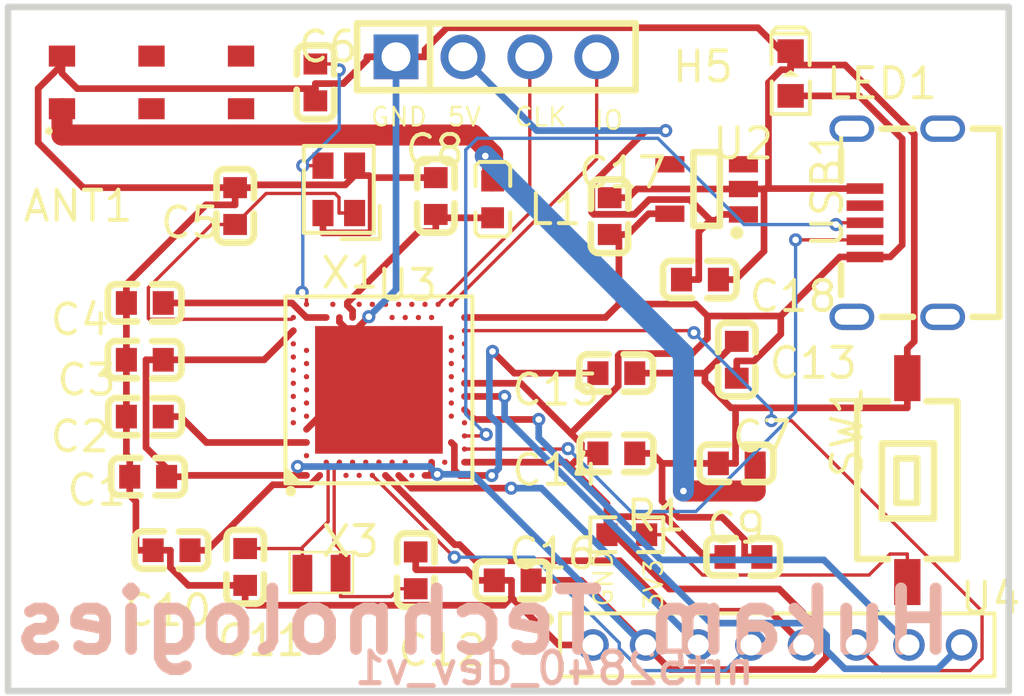
<source format=kicad_pcb>
(kicad_pcb (version 20171130) (host pcbnew 5.1.7-a382d34a8~88~ubuntu18.04.1)

  (general
    (thickness 1.6)
    (drawings 12)
    (tracks 382)
    (zones 0)
    (modules 30)
    (nets 25)
  )

  (page A4)
  (layers
    (0 F.Cu signal)
    (31 B.Cu signal)
    (32 B.Adhes user)
    (33 F.Adhes user)
    (34 B.Paste user)
    (35 F.Paste user)
    (36 B.SilkS user)
    (37 F.SilkS user)
    (38 B.Mask user)
    (39 F.Mask user)
    (40 Dwgs.User user)
    (41 Cmts.User user)
    (42 Eco1.User user)
    (43 Eco2.User user)
    (44 Edge.Cuts user)
    (45 Margin user)
    (46 B.CrtYd user)
    (47 F.CrtYd user)
    (48 B.Fab user hide)
    (49 F.Fab user hide)
  )

  (setup
    (last_trace_width 0.25)
    (trace_clearance 0.2)
    (zone_clearance 0.508)
    (zone_45_only no)
    (trace_min 0.2)
    (via_size 0.8)
    (via_drill 0.4)
    (via_min_size 0.4)
    (via_min_drill 0.3)
    (uvia_size 0.3)
    (uvia_drill 0.1)
    (uvias_allowed no)
    (uvia_min_size 0.2)
    (uvia_min_drill 0.1)
    (edge_width 0.05)
    (segment_width 0.2)
    (pcb_text_width 0.3)
    (pcb_text_size 1.5 1.5)
    (mod_edge_width 0.12)
    (mod_text_size 1 1)
    (mod_text_width 0.15)
    (pad_size 1.524 1.524)
    (pad_drill 0.762)
    (pad_to_mask_clearance 0)
    (aux_axis_origin 0 0)
    (visible_elements FFFFFF7F)
    (pcbplotparams
      (layerselection 0x010fc_ffffffff)
      (usegerberextensions false)
      (usegerberattributes true)
      (usegerberadvancedattributes true)
      (creategerberjobfile true)
      (excludeedgelayer true)
      (linewidth 0.100000)
      (plotframeref false)
      (viasonmask false)
      (mode 1)
      (useauxorigin false)
      (hpglpennumber 1)
      (hpglpenspeed 20)
      (hpglpendiameter 15.000000)
      (psnegative false)
      (psa4output false)
      (plotreference true)
      (plotvalue true)
      (plotinvisibletext false)
      (padsonsilk false)
      (subtractmaskfromsilk false)
      (outputformat 1)
      (mirror false)
      (drillshape 1)
      (scaleselection 1)
      (outputdirectory ""))
  )

  (net 0 "")
  (net 1 5V)
  (net 2 ANT1_1)
  (net 3 CRYSTAL_1)
  (net 4 CRYSTAL_2)
  (net 5 D+)
  (net 6 D-)
  (net 7 GND)
  (net 8 HDR__1)
  (net 9 HDR__2)
  (net 10 HDR__3)
  (net 11 HDR__4)
  (net 12 HDR__5)
  (net 13 HDR__6)
  (net 14 RESET)
  (net 15 SWDCLK)
  (net 16 SWDIO)
  (net 17 U3_AC5)
  (net 18 U3_B5)
  (net 19 U3_C1)
  (net 20 U3_D23)
  (net 21 U3_H23)
  (net 22 VDD_P3V3)
  (net 23 XTAL_1)
  (net 24 XTAL_2)

  (net_class Default "This is the default net class."
    (clearance 0.2)
    (trace_width 0.25)
    (via_dia 0.8)
    (via_drill 0.4)
    (uvia_dia 0.3)
    (uvia_drill 0.1)
    (add_net 5V)
    (add_net ANT1_1)
    (add_net CRYSTAL_1)
    (add_net CRYSTAL_2)
    (add_net D+)
    (add_net D-)
    (add_net GND)
    (add_net HDR__1)
    (add_net HDR__2)
    (add_net HDR__3)
    (add_net HDR__4)
    (add_net HDR__5)
    (add_net HDR__6)
    (add_net RESET)
    (add_net SWDCLK)
    (add_net SWDIO)
    (add_net U3_AC5)
    (add_net U3_B5)
    (add_net U3_C1)
    (add_net U3_D23)
    (add_net U3_H23)
    (add_net VDD_P3V3)
    (add_net XTAL_1)
    (add_net XTAL_2)
  )

  (module easyeda:ABS06-107-32.768KHZ-T (layer F.Cu) (tedit 0) (tstamp 0)
    (at 22.875 32.682)
    (attr smd)
    (fp_text reference X3 (at 1.016 -0.508) (layer F.SilkS)
      (effects (font (size 1.143 1.143) (thickness 0.152)) (justify left))
    )
    (fp_text value 32MHz (at 1.016 -2.286) (layer F.Fab) hide
      (effects (font (size 1.143 1.143) (thickness 0.152)) (justify left))
    )
    (fp_line (start 2.3 -0.1) (end -0.1 -0.1) (layer F.SilkS) (width 0.1))
    (fp_line (start 2.3 1.45) (end 2.3 -0.1) (layer F.SilkS) (width 0.1))
    (fp_line (start -0.1 1.45) (end 2.3 1.45) (layer F.SilkS) (width 0.1))
    (fp_line (start -0.1 -0.1) (end -0.1 1.45) (layer F.SilkS) (width 0.1))
    (pad 1 smd rect (at 0.382 0.701) (size 0.75 1.4) (layers F.Cu F.Paste F.Mask)
      (net 3 CRYSTAL_1))
    (pad 2 smd rect (at 1.83 0.7) (size 0.75 1.4) (layers F.Cu F.Paste F.Mask)
      (net 4 CRYSTAL_2))
  )

  (module easyeda:LED0603_RED (layer F.Cu) (tedit 0) (tstamp 0)
    (at 41.798 14.394 90)
    (attr smd)
    (fp_text reference LED1 (at -0.381 1.27) (layer F.SilkS)
      (effects (font (size 1.143 1.143) (thickness 0.152)) (justify left))
    )
    (fp_text value LED_Pwr (at -0.1 -2.97 90) (layer F.Fab) hide
      (effects (font (size 1.143 1.143) (thickness 0.152)) (justify left))
    )
    (fp_poly (pts (xy -0.11 -0.36) (xy -0.12 0.36) (xy 0.14 0)) (layer F.SilkS) (width 0))
    (fp_line (start 1.72 0.52) (end 1.52 0.72) (layer F.SilkS) (width 0.15))
    (fp_line (start 1.75 0.49) (end 1.72 0.52) (layer F.SilkS) (width 0.15))
    (fp_line (start 1.75 -0.53) (end 1.75 0.49) (layer F.SilkS) (width 0.15))
    (fp_line (start 1.55 -0.73) (end 1.75 -0.53) (layer F.SilkS) (width 0.15))
    (fp_line (start 1.52 -0.73) (end 1.55 -0.73) (layer F.SilkS) (width 0.15))
    (fp_line (start -1.54 -0.72) (end -0.3 -0.72) (layer F.SilkS) (width 0.15))
    (fp_line (start -1.54 0.73) (end -1.54 -0.72) (layer F.SilkS) (width 0.15))
    (fp_line (start -0.3 0.73) (end -1.54 0.73) (layer F.SilkS) (width 0.15))
    (fp_line (start 1.52 0.72) (end 0.32 0.72) (layer F.SilkS) (width 0.15))
    (fp_line (start 1.52 -0.73) (end 1.52 0.72) (layer F.SilkS) (width 0.15))
    (fp_line (start 0.37 -0.73) (end 1.52 -0.73) (layer F.SilkS) (width 0.15))
    (pad 2 smd rect (at 0.85 0) (size 1 0.9) (layers F.Cu F.Paste F.Mask)
      (net 7 GND))
    (pad 1 smd rect (at -0.85 0) (size 1 0.9) (layers F.Cu F.Paste F.Mask)
      (net 22 VDD_P3V3))
  )

  (module easyeda:CONN-TH_8P-P2.00_KINGHELM_KH-2FH-1X8P-H4.3 (layer F.Cu) (tedit 0) (tstamp 0)
    (at 41.29 36.111)
    (fp_text reference U4 (at 6.858 -1.778) (layer F.SilkS)
      (effects (font (size 1.143 1.143) (thickness 0.152)) (justify left))
    )
    (fp_text value Header_8x1 (at -0.523 -3.429) (layer F.Fab) hide
      (effects (font (size 1.143 1.143) (thickness 0.152)) (justify left))
    )
    (fp_line (start -8.25 1.2) (end -8.25 -1.2) (layer F.SilkS) (width 0.15))
    (fp_line (start 8.25 1.2) (end -8.25 1.2) (layer F.SilkS) (width 0.15))
    (fp_line (start 8.25 -1.2) (end 8.25 1.2) (layer F.SilkS) (width 0.15))
    (fp_line (start -8.25 -1.2) (end 8.25 -1.2) (layer F.SilkS) (width 0.15))
    (fp_circle (center -8.74 -0.97) (end -8.604 -0.97) (layer F.SilkS) (width 0.254))
    (pad 8 thru_hole circle (at 7 0) (size 1.2 1.2) (drill 0.8) (layers *.Cu *.Paste *.Mask)
      (net 13 HDR__6))
    (pad 7 thru_hole circle (at 5 0) (size 1.2 1.2) (drill 0.8) (layers *.Cu *.Paste *.Mask)
      (net 12 HDR__5))
    (pad 6 thru_hole circle (at 3 0) (size 1.2 1.2) (drill 0.8) (layers *.Cu *.Paste *.Mask)
      (net 11 HDR__4))
    (pad 5 thru_hole circle (at 1 0) (size 1.2 1.2) (drill 0.8) (layers *.Cu *.Paste *.Mask)
      (net 10 HDR__3))
    (pad 4 thru_hole circle (at -1 0) (size 1.2 1.2) (drill 0.8) (layers *.Cu *.Paste *.Mask)
      (net 9 HDR__2))
    (pad 3 thru_hole circle (at -3 0) (size 1.2 1.2) (drill 0.8) (layers *.Cu *.Paste *.Mask)
      (net 8 HDR__1))
    (pad 2 thru_hole circle (at -5 0) (size 1.2 1.2) (drill 0.8) (layers *.Cu *.Paste *.Mask)
      (net 22 VDD_P3V3))
    (pad 1 thru_hole circle (at -7 0) (size 1.2 1.2) (drill 0.8) (layers *.Cu *.Paste *.Mask)
      (net 7 GND))
  )

  (module easyeda:M830520 (layer F.Cu) (tedit 0) (tstamp 0)
    (at 17.526 14.732)
    (attr smd)
    (fp_text reference ANT1 (at -4.953 4.699) (layer F.SilkS)
      (effects (font (size 1.143 1.143) (thickness 0.152)) (justify left))
    )
    (fp_text value M830520 (at 0 -4.572) (layer F.Fab) hide
      (effects (font (size 1.143 1.143) (thickness 0.152)) (justify left))
    )
    (fp_line (start -5 2.9) (end -5 -2.5) (layer Cmts.User) (width 0.1))
    (fp_line (start 5 2.9) (end -5 2.9) (layer Cmts.User) (width 0.1))
    (fp_line (start 5 -2.5) (end 5 2.9) (layer Cmts.User) (width 0.1))
    (fp_line (start -5 -2.5) (end 5 -2.5) (layer Cmts.User) (width 0.1))
    (fp_line (start -4 1.5) (end -4 -1.5) (layer Cmts.User) (width 0.2))
    (fp_line (start 4 1.5) (end -4 1.5) (layer Cmts.User) (width 0.2))
    (fp_line (start 4 -1.5) (end 4 1.5) (layer Cmts.User) (width 0.2))
    (fp_line (start -4 -1.5) (end 4 -1.5) (layer Cmts.User) (width 0.2))
    (fp_arc (start -3.896 1.85) (end -3.9 1.9) (angle 171.834) (layer F.SilkS) (width 0.2))
    (fp_arc (start -3.903 1.85) (end -3.9 1.8) (angle 171.834) (layer F.SilkS) (width 0.2))
    (pad 1 smd rect (at -3.4 1) (size 1 0.8) (layers F.Cu F.Paste F.Mask)
      (net 2 ANT1_1))
    (pad 2 smd rect (at -3.4 -1) (size 1 0.8) (layers F.Cu F.Paste F.Mask)
      (net 7 GND))
    (pad 3 smd rect (at 0 -1) (size 1 0.8) (layers F.Cu F.Paste F.Mask))
    (pad 4 smd rect (at 3.4 -1) (size 1 0.8) (layers F.Cu F.Paste F.Mask))
    (pad 5 smd rect (at 3.4 1) (size 1 0.8) (layers F.Cu F.Paste F.Mask))
    (pad 6 smd rect (at 0 1) (size 1 0.8) (layers F.Cu F.Paste F.Mask))
  )

  (module easyeda:C0603 (layer F.Cu) (tedit 0) (tstamp 0)
    (at 17.399 29.718)
    (attr smd)
    (fp_text reference C1 (at -3.175 0.508) (layer F.SilkS)
      (effects (font (size 1.143 1.143) (thickness 0.152)) (justify left))
    )
    (fp_text value 1uf (at -0.254 -2.794) (layer F.Fab) hide
      (effects (font (size 1.143 1.143) (thickness 0.152)) (justify left))
    )
    (fp_line (start -0.296 0.704) (end -1.096 0.704) (layer F.SilkS) (width 0.254))
    (fp_line (start -1.405 -0.406) (end -1.405 0.394) (layer F.SilkS) (width 0.254))
    (fp_line (start -0.296 -0.715) (end -1.096 -0.715) (layer F.SilkS) (width 0.254))
    (fp_line (start 0.28 0.71) (end 1.08 0.71) (layer F.SilkS) (width 0.254))
    (fp_line (start 0.28 -0.71) (end 1.08 -0.71) (layer F.SilkS) (width 0.254))
    (fp_line (start 1.39 -0.4) (end 1.39 0.4) (layer F.SilkS) (width 0.254))
    (fp_arc (start -1.096 -0.406) (end -1.406 -0.406) (angle 90) (layer F.SilkS) (width 0.254))
    (fp_arc (start -1.096 0.394) (end -1.096 0.704) (angle 90.005) (layer F.SilkS) (width 0.254))
    (fp_arc (start 1.08 -0.4) (end 1.08 -0.71) (angle 90.005) (layer F.SilkS) (width 0.254))
    (fp_arc (start 1.08 0.4) (end 1.39 0.4) (angle 90) (layer F.SilkS) (width 0.254))
    (pad 2 smd rect (at 0.7 0) (size 0.8 0.9) (layers F.Cu F.Paste F.Mask)
      (net 22 VDD_P3V3))
    (pad 1 smd rect (at -0.7 0) (size 0.8 0.9) (layers F.Cu F.Paste F.Mask)
      (net 7 GND))
  )

  (module easyeda:C0603 (layer F.Cu) (tedit 0) (tstamp 0)
    (at 17.272 27.432 180)
    (attr smd)
    (fp_text reference C2 (at 3.683 -0.762) (layer F.SilkS)
      (effects (font (size 1.143 1.143) (thickness 0.152)) (justify left))
    )
    (fp_text value 1uf (at 1.679 -4.011) (layer F.Fab) hide
      (effects (font (size 1.143 1.143) (thickness 0.152)) (justify left))
    )
    (fp_line (start -0.296 0.704) (end -1.096 0.704) (layer F.SilkS) (width 0.254))
    (fp_line (start -1.405 -0.406) (end -1.405 0.394) (layer F.SilkS) (width 0.254))
    (fp_line (start -0.296 -0.715) (end -1.096 -0.715) (layer F.SilkS) (width 0.254))
    (fp_line (start 0.28 0.71) (end 1.08 0.71) (layer F.SilkS) (width 0.254))
    (fp_line (start 0.28 -0.71) (end 1.08 -0.71) (layer F.SilkS) (width 0.254))
    (fp_line (start 1.39 -0.4) (end 1.39 0.4) (layer F.SilkS) (width 0.254))
    (fp_arc (start -1.096 -0.406) (end -1.406 -0.406) (angle 90) (layer F.SilkS) (width 0.254))
    (fp_arc (start -1.096 0.394) (end -1.096 0.704) (angle 90.005) (layer F.SilkS) (width 0.254))
    (fp_arc (start 1.08 -0.4) (end 1.08 -0.71) (angle 90.005) (layer F.SilkS) (width 0.254))
    (fp_arc (start 1.08 0.4) (end 1.39 0.4) (angle 90) (layer F.SilkS) (width 0.254))
    (pad 2 smd rect (at 0.7 0 180) (size 0.8 0.9) (layers F.Cu F.Paste F.Mask)
      (net 7 GND))
    (pad 1 smd rect (at -0.7 0 180) (size 0.8 0.9) (layers F.Cu F.Paste F.Mask)
      (net 18 U3_B5))
  )

  (module easyeda:C0603 (layer F.Cu) (tedit 0) (tstamp 0)
    (at 17.272 25.273)
    (attr smd)
    (fp_text reference C3 (at -3.429 0.762) (layer F.SilkS)
      (effects (font (size 1.143 1.143) (thickness 0.152)) (justify left))
    )
    (fp_text value 100nf (at -0.254 -2.794) (layer F.Fab) hide
      (effects (font (size 1.143 1.143) (thickness 0.152)) (justify left))
    )
    (fp_line (start -0.296 0.704) (end -1.096 0.704) (layer F.SilkS) (width 0.254))
    (fp_line (start -1.405 -0.406) (end -1.405 0.394) (layer F.SilkS) (width 0.254))
    (fp_line (start -0.296 -0.715) (end -1.096 -0.715) (layer F.SilkS) (width 0.254))
    (fp_line (start 0.28 0.71) (end 1.08 0.71) (layer F.SilkS) (width 0.254))
    (fp_line (start 0.28 -0.71) (end 1.08 -0.71) (layer F.SilkS) (width 0.254))
    (fp_line (start 1.39 -0.4) (end 1.39 0.4) (layer F.SilkS) (width 0.254))
    (fp_arc (start -1.096 -0.406) (end -1.406 -0.406) (angle 90) (layer F.SilkS) (width 0.254))
    (fp_arc (start -1.096 0.394) (end -1.096 0.704) (angle 90.005) (layer F.SilkS) (width 0.254))
    (fp_arc (start 1.08 -0.4) (end 1.08 -0.71) (angle 90.005) (layer F.SilkS) (width 0.254))
    (fp_arc (start 1.08 0.4) (end 1.39 0.4) (angle 90) (layer F.SilkS) (width 0.254))
    (pad 2 smd rect (at 0.7 0) (size 0.8 0.9) (layers F.Cu F.Paste F.Mask)
      (net 22 VDD_P3V3))
    (pad 1 smd rect (at -0.7 0) (size 0.8 0.9) (layers F.Cu F.Paste F.Mask)
      (net 7 GND))
  )

  (module easyeda:C0603 (layer F.Cu) (tedit 0) (tstamp 0)
    (at 17.272 23.114)
    (attr smd)
    (fp_text reference C4 (at -3.683 0.635) (layer F.SilkS)
      (effects (font (size 1.143 1.143) (thickness 0.152)) (justify left))
    )
    (fp_text value 100pf (at -0.254 -2.794) (layer F.Fab) hide
      (effects (font (size 1.143 1.143) (thickness 0.152)) (justify left))
    )
    (fp_line (start -0.296 0.704) (end -1.096 0.704) (layer F.SilkS) (width 0.254))
    (fp_line (start -1.405 -0.406) (end -1.405 0.394) (layer F.SilkS) (width 0.254))
    (fp_line (start -0.296 -0.715) (end -1.096 -0.715) (layer F.SilkS) (width 0.254))
    (fp_line (start 0.28 0.71) (end 1.08 0.71) (layer F.SilkS) (width 0.254))
    (fp_line (start 0.28 -0.71) (end 1.08 -0.71) (layer F.SilkS) (width 0.254))
    (fp_line (start 1.39 -0.4) (end 1.39 0.4) (layer F.SilkS) (width 0.254))
    (fp_arc (start -1.096 -0.406) (end -1.406 -0.406) (angle 90) (layer F.SilkS) (width 0.254))
    (fp_arc (start -1.096 0.394) (end -1.096 0.704) (angle 90.005) (layer F.SilkS) (width 0.254))
    (fp_arc (start 1.08 -0.4) (end 1.08 -0.71) (angle 90.005) (layer F.SilkS) (width 0.254))
    (fp_arc (start 1.08 0.4) (end 1.39 0.4) (angle 90) (layer F.SilkS) (width 0.254))
    (pad 2 smd rect (at 0.7 0) (size 0.8 0.9) (layers F.Cu F.Paste F.Mask)
      (net 20 U3_D23))
    (pad 1 smd rect (at -0.7 0) (size 0.8 0.9) (layers F.Cu F.Paste F.Mask)
      (net 7 GND))
  )

  (module easyeda:C0603 (layer F.Cu) (tedit 0) (tstamp 0)
    (at 20.701 19.431 270)
    (attr smd)
    (fp_text reference C5 (at 0.635 2.921) (layer F.SilkS)
      (effects (font (size 1.143 1.143) (thickness 0.152)) (justify left))
    )
    (fp_text value 12pf (at 2.802 -3.645 90) (layer F.Fab) hide
      (effects (font (size 1.143 1.143) (thickness 0.152)) (justify left))
    )
    (fp_line (start -0.296 0.704) (end -1.096 0.704) (layer F.SilkS) (width 0.254))
    (fp_line (start -1.405 -0.406) (end -1.405 0.394) (layer F.SilkS) (width 0.254))
    (fp_line (start -0.296 -0.715) (end -1.096 -0.715) (layer F.SilkS) (width 0.254))
    (fp_line (start 0.28 0.71) (end 1.08 0.71) (layer F.SilkS) (width 0.254))
    (fp_line (start 0.28 -0.71) (end 1.08 -0.71) (layer F.SilkS) (width 0.254))
    (fp_line (start 1.39 -0.4) (end 1.39 0.4) (layer F.SilkS) (width 0.254))
    (fp_arc (start -1.096 -0.406) (end -1.406 -0.406) (angle 90) (layer F.SilkS) (width 0.254))
    (fp_arc (start -1.096 0.394) (end -1.096 0.704) (angle 90.005) (layer F.SilkS) (width 0.254))
    (fp_arc (start 1.08 -0.4) (end 1.08 -0.71) (angle 90.005) (layer F.SilkS) (width 0.254))
    (fp_arc (start 1.08 0.4) (end 1.39 0.4) (angle 90) (layer F.SilkS) (width 0.254))
    (pad 2 smd rect (at 0.7 0 270) (size 0.8 0.9) (layers F.Cu F.Paste F.Mask)
      (net 24 XTAL_2))
    (pad 1 smd rect (at -0.7 0 270) (size 0.8 0.9) (layers F.Cu F.Paste F.Mask)
      (net 7 GND))
  )

  (module easyeda:C0603 (layer F.Cu) (tedit 0) (tstamp 0)
    (at 23.749 14.732 270)
    (attr smd)
    (fp_text reference C6 (at -1.354 0.747) (layer F.SilkS)
      (effects (font (size 1.143 1.143) (thickness 0.152)) (justify left))
    )
    (fp_text value 12pf (at 2.802 -3.645 90) (layer F.Fab) hide
      (effects (font (size 1.143 1.143) (thickness 0.152)) (justify left))
    )
    (fp_line (start -0.296 0.704) (end -1.096 0.704) (layer F.SilkS) (width 0.254))
    (fp_line (start -1.405 -0.406) (end -1.405 0.394) (layer F.SilkS) (width 0.254))
    (fp_line (start -0.296 -0.715) (end -1.096 -0.715) (layer F.SilkS) (width 0.254))
    (fp_line (start 0.28 0.71) (end 1.08 0.71) (layer F.SilkS) (width 0.254))
    (fp_line (start 0.28 -0.71) (end 1.08 -0.71) (layer F.SilkS) (width 0.254))
    (fp_line (start 1.39 -0.4) (end 1.39 0.4) (layer F.SilkS) (width 0.254))
    (fp_arc (start -1.096 -0.406) (end -1.406 -0.406) (angle 90) (layer F.SilkS) (width 0.254))
    (fp_arc (start -1.096 0.394) (end -1.096 0.704) (angle 90.005) (layer F.SilkS) (width 0.254))
    (fp_arc (start 1.08 -0.4) (end 1.08 -0.71) (angle 90.005) (layer F.SilkS) (width 0.254))
    (fp_arc (start 1.08 0.4) (end 1.39 0.4) (angle 90) (layer F.SilkS) (width 0.254))
    (pad 2 smd rect (at 0.7 0 270) (size 0.8 0.9) (layers F.Cu F.Paste F.Mask)
      (net 7 GND))
    (pad 1 smd rect (at -0.7 0 270) (size 0.8 0.9) (layers F.Cu F.Paste F.Mask)
      (net 23 XTAL_1))
  )

  (module easyeda:C0603 (layer F.Cu) (tedit 0) (tstamp 0)
    (at 39.751 29.21)
    (attr smd)
    (fp_text reference C7 (at -0.254 -1.016) (layer F.SilkS)
      (effects (font (size 1.143 1.143) (thickness 0.152)) (justify left))
    )
    (fp_text value 0.5pf (at -0.254 -2.794) (layer F.Fab) hide
      (effects (font (size 1.143 1.143) (thickness 0.152)) (justify left))
    )
    (fp_line (start -0.296 0.704) (end -1.096 0.704) (layer F.SilkS) (width 0.254))
    (fp_line (start -1.405 -0.406) (end -1.405 0.394) (layer F.SilkS) (width 0.254))
    (fp_line (start -0.296 -0.715) (end -1.096 -0.715) (layer F.SilkS) (width 0.254))
    (fp_line (start 0.28 0.71) (end 1.08 0.71) (layer F.SilkS) (width 0.254))
    (fp_line (start 0.28 -0.71) (end 1.08 -0.71) (layer F.SilkS) (width 0.254))
    (fp_line (start 1.39 -0.4) (end 1.39 0.4) (layer F.SilkS) (width 0.254))
    (fp_arc (start -1.096 -0.406) (end -1.406 -0.406) (angle 90) (layer F.SilkS) (width 0.254))
    (fp_arc (start -1.096 0.394) (end -1.096 0.704) (angle 90.005) (layer F.SilkS) (width 0.254))
    (fp_arc (start 1.08 -0.4) (end 1.08 -0.71) (angle 90.005) (layer F.SilkS) (width 0.254))
    (fp_arc (start 1.08 0.4) (end 1.39 0.4) (angle 90) (layer F.SilkS) (width 0.254))
    (pad 2 smd rect (at 0.7 0) (size 0.8 0.9) (layers F.Cu F.Paste F.Mask)
      (net 2 ANT1_1))
    (pad 1 smd rect (at -0.7 0) (size 0.8 0.9) (layers F.Cu F.Paste F.Mask)
      (net 7 GND))
  )

  (module easyeda:C0603 (layer F.Cu) (tedit 0) (tstamp 0)
    (at 28.321 19.05 270)
    (attr smd)
    (fp_text reference C8 (at -1.735 1.255) (layer F.SilkS)
      (effects (font (size 1.143 1.143) (thickness 0.152)) (justify left))
    )
    (fp_text value 0.8pf (at 3.716 -3.645 90) (layer F.Fab) hide
      (effects (font (size 1.143 1.143) (thickness 0.152)) (justify left))
    )
    (fp_line (start -0.296 0.704) (end -1.096 0.704) (layer F.SilkS) (width 0.254))
    (fp_line (start -1.405 -0.406) (end -1.405 0.394) (layer F.SilkS) (width 0.254))
    (fp_line (start -0.296 -0.715) (end -1.096 -0.715) (layer F.SilkS) (width 0.254))
    (fp_line (start 0.28 0.71) (end 1.08 0.71) (layer F.SilkS) (width 0.254))
    (fp_line (start 0.28 -0.71) (end 1.08 -0.71) (layer F.SilkS) (width 0.254))
    (fp_line (start 1.39 -0.4) (end 1.39 0.4) (layer F.SilkS) (width 0.254))
    (fp_arc (start -1.096 -0.406) (end -1.406 -0.406) (angle 90) (layer F.SilkS) (width 0.254))
    (fp_arc (start -1.096 0.394) (end -1.096 0.704) (angle 90.005) (layer F.SilkS) (width 0.254))
    (fp_arc (start 1.08 -0.4) (end 1.08 -0.71) (angle 90.005) (layer F.SilkS) (width 0.254))
    (fp_arc (start 1.08 0.4) (end 1.39 0.4) (angle 90) (layer F.SilkS) (width 0.254))
    (pad 2 smd rect (at 0.7 0 270) (size 0.8 0.9) (layers F.Cu F.Paste F.Mask)
      (net 21 U3_H23))
    (pad 1 smd rect (at -0.7 0 270) (size 0.8 0.9) (layers F.Cu F.Paste F.Mask)
      (net 7 GND))
  )

  (module easyeda:C0603 (layer F.Cu) (tedit 0) (tstamp 0)
    (at 40.005 32.766)
    (attr smd)
    (fp_text reference C9 (at -1.509 -1.1) (layer F.SilkS)
      (effects (font (size 1.143 1.143) (thickness 0.152)) (justify left))
    )
    (fp_text value 100nf (at -0.254 -2.794) (layer F.Fab) hide
      (effects (font (size 1.143 1.143) (thickness 0.152)) (justify left))
    )
    (fp_line (start -0.296 0.704) (end -1.096 0.704) (layer F.SilkS) (width 0.254))
    (fp_line (start -1.405 -0.406) (end -1.405 0.394) (layer F.SilkS) (width 0.254))
    (fp_line (start -0.296 -0.715) (end -1.096 -0.715) (layer F.SilkS) (width 0.254))
    (fp_line (start 0.28 0.71) (end 1.08 0.71) (layer F.SilkS) (width 0.254))
    (fp_line (start 0.28 -0.71) (end 1.08 -0.71) (layer F.SilkS) (width 0.254))
    (fp_line (start 1.39 -0.4) (end 1.39 0.4) (layer F.SilkS) (width 0.254))
    (fp_arc (start -1.096 -0.406) (end -1.406 -0.406) (angle 90) (layer F.SilkS) (width 0.254))
    (fp_arc (start -1.096 0.394) (end -1.096 0.704) (angle 90.005) (layer F.SilkS) (width 0.254))
    (fp_arc (start 1.08 -0.4) (end 1.08 -0.71) (angle 90.005) (layer F.SilkS) (width 0.254))
    (fp_arc (start 1.08 0.4) (end 1.39 0.4) (angle 90) (layer F.SilkS) (width 0.254))
    (pad 2 smd rect (at 0.7 0) (size 0.8 0.9) (layers F.Cu F.Paste F.Mask)
      (net 7 GND))
    (pad 1 smd rect (at -0.7 0) (size 0.8 0.9) (layers F.Cu F.Paste F.Mask)
      (net 22 VDD_P3V3))
  )

  (module easyeda:C0603 (layer F.Cu) (tedit 0) (tstamp 0)
    (at 18.288 32.512)
    (attr smd)
    (fp_text reference C10 (at -1.905 2.286) (layer F.SilkS)
      (effects (font (size 1.143 1.143) (thickness 0.152)) (justify left))
    )
    (fp_text value 100nf (at -0.254 -2.794) (layer F.Fab) hide
      (effects (font (size 1.143 1.143) (thickness 0.152)) (justify left))
    )
    (fp_line (start -0.296 0.704) (end -1.096 0.704) (layer F.SilkS) (width 0.254))
    (fp_line (start -1.405 -0.406) (end -1.405 0.394) (layer F.SilkS) (width 0.254))
    (fp_line (start -0.296 -0.715) (end -1.096 -0.715) (layer F.SilkS) (width 0.254))
    (fp_line (start 0.28 0.71) (end 1.08 0.71) (layer F.SilkS) (width 0.254))
    (fp_line (start 0.28 -0.71) (end 1.08 -0.71) (layer F.SilkS) (width 0.254))
    (fp_line (start 1.39 -0.4) (end 1.39 0.4) (layer F.SilkS) (width 0.254))
    (fp_arc (start -1.096 -0.406) (end -1.406 -0.406) (angle 90) (layer F.SilkS) (width 0.254))
    (fp_arc (start -1.096 0.394) (end -1.096 0.704) (angle 90.005) (layer F.SilkS) (width 0.254))
    (fp_arc (start 1.08 -0.4) (end 1.08 -0.71) (angle 90.005) (layer F.SilkS) (width 0.254))
    (fp_arc (start 1.08 0.4) (end 1.39 0.4) (angle 90) (layer F.SilkS) (width 0.254))
    (pad 2 smd rect (at 0.7 0) (size 0.8 0.9) (layers F.Cu F.Paste F.Mask)
      (net 19 U3_C1))
    (pad 1 smd rect (at -0.7 0) (size 0.8 0.9) (layers F.Cu F.Paste F.Mask)
      (net 7 GND))
  )

  (module easyeda:C0603 (layer F.Cu) (tedit 0) (tstamp 0)
    (at 21.082 33.147 270)
    (attr smd)
    (fp_text reference C11 (at 2.794 1.143) (layer F.SilkS)
      (effects (font (size 1.143 1.143) (thickness 0.152)) (justify left))
    )
    (fp_text value 12pf (at 2.802 -3.645 90) (layer F.Fab) hide
      (effects (font (size 1.143 1.143) (thickness 0.152)) (justify left))
    )
    (fp_line (start -0.296 0.704) (end -1.096 0.704) (layer F.SilkS) (width 0.254))
    (fp_line (start -1.405 -0.406) (end -1.405 0.394) (layer F.SilkS) (width 0.254))
    (fp_line (start -0.296 -0.715) (end -1.096 -0.715) (layer F.SilkS) (width 0.254))
    (fp_line (start 0.28 0.71) (end 1.08 0.71) (layer F.SilkS) (width 0.254))
    (fp_line (start 0.28 -0.71) (end 1.08 -0.71) (layer F.SilkS) (width 0.254))
    (fp_line (start 1.39 -0.4) (end 1.39 0.4) (layer F.SilkS) (width 0.254))
    (fp_arc (start -1.096 -0.406) (end -1.406 -0.406) (angle 90) (layer F.SilkS) (width 0.254))
    (fp_arc (start -1.096 0.394) (end -1.096 0.704) (angle 90.005) (layer F.SilkS) (width 0.254))
    (fp_arc (start 1.08 -0.4) (end 1.08 -0.71) (angle 90.005) (layer F.SilkS) (width 0.254))
    (fp_arc (start 1.08 0.4) (end 1.39 0.4) (angle 90) (layer F.SilkS) (width 0.254))
    (pad 2 smd rect (at 0.7 0 270) (size 0.8 0.9) (layers F.Cu F.Paste F.Mask)
      (net 7 GND))
    (pad 1 smd rect (at -0.7 0 270) (size 0.8 0.9) (layers F.Cu F.Paste F.Mask)
      (net 3 CRYSTAL_1))
  )

  (module easyeda:C0603 (layer F.Cu) (tedit 0) (tstamp 0)
    (at 27.559 33.274 270)
    (attr smd)
    (fp_text reference C12 (at 3.048 0.762) (layer F.SilkS)
      (effects (font (size 1.143 1.143) (thickness 0.152)) (justify left))
    )
    (fp_text value 12pf (at 2.802 -3.645 90) (layer F.Fab) hide
      (effects (font (size 1.143 1.143) (thickness 0.152)) (justify left))
    )
    (fp_line (start -0.296 0.704) (end -1.096 0.704) (layer F.SilkS) (width 0.254))
    (fp_line (start -1.405 -0.406) (end -1.405 0.394) (layer F.SilkS) (width 0.254))
    (fp_line (start -0.296 -0.715) (end -1.096 -0.715) (layer F.SilkS) (width 0.254))
    (fp_line (start 0.28 0.71) (end 1.08 0.71) (layer F.SilkS) (width 0.254))
    (fp_line (start 0.28 -0.71) (end 1.08 -0.71) (layer F.SilkS) (width 0.254))
    (fp_line (start 1.39 -0.4) (end 1.39 0.4) (layer F.SilkS) (width 0.254))
    (fp_arc (start -1.096 -0.406) (end -1.406 -0.406) (angle 90) (layer F.SilkS) (width 0.254))
    (fp_arc (start -1.096 0.394) (end -1.096 0.704) (angle 90.005) (layer F.SilkS) (width 0.254))
    (fp_arc (start 1.08 -0.4) (end 1.08 -0.71) (angle 90.005) (layer F.SilkS) (width 0.254))
    (fp_arc (start 1.08 0.4) (end 1.39 0.4) (angle 90) (layer F.SilkS) (width 0.254))
    (pad 2 smd rect (at 0.7 0 270) (size 0.8 0.9) (layers F.Cu F.Paste F.Mask)
      (net 4 CRYSTAL_2))
    (pad 1 smd rect (at -0.7 0 270) (size 0.8 0.9) (layers F.Cu F.Paste F.Mask)
      (net 7 GND))
  )

  (module easyeda:C0603 (layer F.Cu) (tedit 0) (tstamp 0)
    (at 39.751 25.273 270)
    (attr smd)
    (fp_text reference C13 (at 0.127 -1.143) (layer F.SilkS)
      (effects (font (size 1.143 1.143) (thickness 0.152)) (justify left))
    )
    (fp_text value 4.7uf (at 3.716 -4.011 90) (layer F.Fab) hide
      (effects (font (size 1.143 1.143) (thickness 0.152)) (justify left))
    )
    (fp_line (start -0.296 0.704) (end -1.096 0.704) (layer F.SilkS) (width 0.254))
    (fp_line (start -1.405 -0.406) (end -1.405 0.394) (layer F.SilkS) (width 0.254))
    (fp_line (start -0.296 -0.715) (end -1.096 -0.715) (layer F.SilkS) (width 0.254))
    (fp_line (start 0.28 0.71) (end 1.08 0.71) (layer F.SilkS) (width 0.254))
    (fp_line (start 0.28 -0.71) (end 1.08 -0.71) (layer F.SilkS) (width 0.254))
    (fp_line (start 1.39 -0.4) (end 1.39 0.4) (layer F.SilkS) (width 0.254))
    (fp_arc (start -1.096 -0.406) (end -1.406 -0.406) (angle 90) (layer F.SilkS) (width 0.254))
    (fp_arc (start -1.096 0.394) (end -1.096 0.704) (angle 90.005) (layer F.SilkS) (width 0.254))
    (fp_arc (start 1.08 -0.4) (end 1.08 -0.71) (angle 90.005) (layer F.SilkS) (width 0.254))
    (fp_arc (start 1.08 0.4) (end 1.39 0.4) (angle 90) (layer F.SilkS) (width 0.254))
    (pad 2 smd rect (at 0.7 0 270) (size 0.8 0.9) (layers F.Cu F.Paste F.Mask)
      (net 22 VDD_P3V3))
    (pad 1 smd rect (at -0.7 0 270) (size 0.8 0.9) (layers F.Cu F.Paste F.Mask)
      (net 7 GND))
  )

  (module easyeda:C0603 (layer F.Cu) (tedit 0) (tstamp 0)
    (at 35.179 28.829 180)
    (attr smd)
    (fp_text reference C14 (at 4.064 -0.635) (layer F.SilkS)
      (effects (font (size 1.143 1.143) (thickness 0.152)) (justify left))
    )
    (fp_text value 4.7uf (at 3.716 -4.011) (layer F.Fab) hide
      (effects (font (size 1.143 1.143) (thickness 0.152)) (justify left))
    )
    (fp_line (start -0.296 0.704) (end -1.096 0.704) (layer F.SilkS) (width 0.254))
    (fp_line (start -1.405 -0.406) (end -1.405 0.394) (layer F.SilkS) (width 0.254))
    (fp_line (start -0.296 -0.715) (end -1.096 -0.715) (layer F.SilkS) (width 0.254))
    (fp_line (start 0.28 0.71) (end 1.08 0.71) (layer F.SilkS) (width 0.254))
    (fp_line (start 0.28 -0.71) (end 1.08 -0.71) (layer F.SilkS) (width 0.254))
    (fp_line (start 1.39 -0.4) (end 1.39 0.4) (layer F.SilkS) (width 0.254))
    (fp_arc (start -1.096 -0.406) (end -1.406 -0.406) (angle 90) (layer F.SilkS) (width 0.254))
    (fp_arc (start -1.096 0.394) (end -1.096 0.704) (angle 90.005) (layer F.SilkS) (width 0.254))
    (fp_arc (start 1.08 -0.4) (end 1.08 -0.71) (angle 90.005) (layer F.SilkS) (width 0.254))
    (fp_arc (start 1.08 0.4) (end 1.39 0.4) (angle 90) (layer F.SilkS) (width 0.254))
    (pad 2 smd rect (at 0.7 0 180) (size 0.8 0.9) (layers F.Cu F.Paste F.Mask)
      (net 22 VDD_P3V3))
    (pad 1 smd rect (at -0.7 0 180) (size 0.8 0.9) (layers F.Cu F.Paste F.Mask)
      (net 7 GND))
  )

  (module easyeda:C0603 (layer F.Cu) (tedit 0) (tstamp 0)
    (at 35.179 25.781)
    (attr smd)
    (fp_text reference C15 (at -4.064 0.635) (layer F.SilkS)
      (effects (font (size 1.143 1.143) (thickness 0.152)) (justify left))
    )
    (fp_text value 4.7uf (at -0.254 -2.794) (layer F.Fab) hide
      (effects (font (size 1.143 1.143) (thickness 0.152)) (justify left))
    )
    (fp_line (start -0.296 0.704) (end -1.096 0.704) (layer F.SilkS) (width 0.254))
    (fp_line (start -1.405 -0.406) (end -1.405 0.394) (layer F.SilkS) (width 0.254))
    (fp_line (start -0.296 -0.715) (end -1.096 -0.715) (layer F.SilkS) (width 0.254))
    (fp_line (start 0.28 0.71) (end 1.08 0.71) (layer F.SilkS) (width 0.254))
    (fp_line (start 0.28 -0.71) (end 1.08 -0.71) (layer F.SilkS) (width 0.254))
    (fp_line (start 1.39 -0.4) (end 1.39 0.4) (layer F.SilkS) (width 0.254))
    (fp_arc (start -1.096 -0.406) (end -1.406 -0.406) (angle 90) (layer F.SilkS) (width 0.254))
    (fp_arc (start -1.096 0.394) (end -1.096 0.704) (angle 90.005) (layer F.SilkS) (width 0.254))
    (fp_arc (start 1.08 -0.4) (end 1.08 -0.71) (angle 90.005) (layer F.SilkS) (width 0.254))
    (fp_arc (start 1.08 0.4) (end 1.39 0.4) (angle 90) (layer F.SilkS) (width 0.254))
    (pad 2 smd rect (at 0.7 0) (size 0.8 0.9) (layers F.Cu F.Paste F.Mask)
      (net 7 GND))
    (pad 1 smd rect (at -0.7 0) (size 0.8 0.9) (layers F.Cu F.Paste F.Mask)
      (net 17 U3_AC5))
  )

  (module easyeda:C0603 (layer F.Cu) (tedit 0) (tstamp 0)
    (at 31.242 33.655)
    (attr smd)
    (fp_text reference C16 (at -0.254 -1.016) (layer F.SilkS)
      (effects (font (size 1.143 1.143) (thickness 0.152)) (justify left))
    )
    (fp_text value 100nf (at -0.254 -2.794) (layer F.Fab) hide
      (effects (font (size 1.143 1.143) (thickness 0.152)) (justify left))
    )
    (fp_line (start -0.296 0.704) (end -1.096 0.704) (layer F.SilkS) (width 0.254))
    (fp_line (start -1.405 -0.406) (end -1.405 0.394) (layer F.SilkS) (width 0.254))
    (fp_line (start -0.296 -0.715) (end -1.096 -0.715) (layer F.SilkS) (width 0.254))
    (fp_line (start 0.28 0.71) (end 1.08 0.71) (layer F.SilkS) (width 0.254))
    (fp_line (start 0.28 -0.71) (end 1.08 -0.71) (layer F.SilkS) (width 0.254))
    (fp_line (start 1.39 -0.4) (end 1.39 0.4) (layer F.SilkS) (width 0.254))
    (fp_arc (start -1.096 -0.406) (end -1.406 -0.406) (angle 90) (layer F.SilkS) (width 0.254))
    (fp_arc (start -1.096 0.394) (end -1.096 0.704) (angle 90.005) (layer F.SilkS) (width 0.254))
    (fp_arc (start 1.08 -0.4) (end 1.08 -0.71) (angle 90.005) (layer F.SilkS) (width 0.254))
    (fp_arc (start 1.08 0.4) (end 1.39 0.4) (angle 90) (layer F.SilkS) (width 0.254))
    (pad 2 smd rect (at 0.7 0) (size 0.8 0.9) (layers F.Cu F.Paste F.Mask)
      (net 22 VDD_P3V3))
    (pad 1 smd rect (at -0.7 0) (size 0.8 0.9) (layers F.Cu F.Paste F.Mask)
      (net 7 GND))
  )

  (module easyeda:C0603 (layer F.Cu) (tedit 0) (tstamp 0)
    (at 34.925 19.812 90)
    (attr smd)
    (fp_text reference C17 (at 1.651 -1.27) (layer F.SilkS)
      (effects (font (size 1.143 1.143) (thickness 0.152)) (justify left))
    )
    (fp_text value 10uf (at -0.254 -2.794 90) (layer F.Fab) hide
      (effects (font (size 1.143 1.143) (thickness 0.152)) (justify left))
    )
    (fp_line (start -0.296 0.704) (end -1.096 0.704) (layer F.SilkS) (width 0.254))
    (fp_line (start -1.405 -0.406) (end -1.405 0.394) (layer F.SilkS) (width 0.254))
    (fp_line (start -0.296 -0.715) (end -1.096 -0.715) (layer F.SilkS) (width 0.254))
    (fp_line (start 0.28 0.71) (end 1.08 0.71) (layer F.SilkS) (width 0.254))
    (fp_line (start 0.28 -0.71) (end 1.08 -0.71) (layer F.SilkS) (width 0.254))
    (fp_line (start 1.39 -0.4) (end 1.39 0.4) (layer F.SilkS) (width 0.254))
    (fp_arc (start -1.096 -0.406) (end -1.406 -0.406) (angle 90) (layer F.SilkS) (width 0.254))
    (fp_arc (start -1.096 0.394) (end -1.096 0.704) (angle 90.005) (layer F.SilkS) (width 0.254))
    (fp_arc (start 1.08 -0.4) (end 1.08 -0.71) (angle 90.005) (layer F.SilkS) (width 0.254))
    (fp_arc (start 1.08 0.4) (end 1.39 0.4) (angle 90) (layer F.SilkS) (width 0.254))
    (pad 2 smd rect (at 0.7 0 90) (size 0.8 0.9) (layers F.Cu F.Paste F.Mask)
      (net 7 GND))
    (pad 1 smd rect (at -0.7 0 90) (size 0.8 0.9) (layers F.Cu F.Paste F.Mask)
      (net 22 VDD_P3V3))
  )

  (module easyeda:C0603 (layer F.Cu) (tedit 0) (tstamp 0)
    (at 38.354 22.225)
    (attr smd)
    (fp_text reference C18 (at 1.778 0.635) (layer F.SilkS)
      (effects (font (size 1.143 1.143) (thickness 0.152)) (justify left))
    )
    (fp_text value 10uf (at -0.254 -2.794) (layer F.Fab) hide
      (effects (font (size 1.143 1.143) (thickness 0.152)) (justify left))
    )
    (fp_line (start -0.296 0.704) (end -1.096 0.704) (layer F.SilkS) (width 0.254))
    (fp_line (start -1.405 -0.406) (end -1.405 0.394) (layer F.SilkS) (width 0.254))
    (fp_line (start -0.296 -0.715) (end -1.096 -0.715) (layer F.SilkS) (width 0.254))
    (fp_line (start 0.28 0.71) (end 1.08 0.71) (layer F.SilkS) (width 0.254))
    (fp_line (start 0.28 -0.71) (end 1.08 -0.71) (layer F.SilkS) (width 0.254))
    (fp_line (start 1.39 -0.4) (end 1.39 0.4) (layer F.SilkS) (width 0.254))
    (fp_arc (start -1.096 -0.406) (end -1.406 -0.406) (angle 90) (layer F.SilkS) (width 0.254))
    (fp_arc (start -1.096 0.394) (end -1.096 0.704) (angle 90.005) (layer F.SilkS) (width 0.254))
    (fp_arc (start 1.08 -0.4) (end 1.08 -0.71) (angle 90.005) (layer F.SilkS) (width 0.254))
    (fp_arc (start 1.08 0.4) (end 1.39 0.4) (angle 90) (layer F.SilkS) (width 0.254))
    (pad 2 smd rect (at 0.7 0) (size 0.8 0.9) (layers F.Cu F.Paste F.Mask)
      (net 7 GND))
    (pad 1 smd rect (at -0.7 0) (size 0.8 0.9) (layers F.Cu F.Paste F.Mask)
      (net 1 5V))
  )

  (module easyeda:HDR-TH_4P-P2.54-V-M (layer F.Cu) (tedit 0) (tstamp 0)
    (at 30.622 13.759)
    (fp_text reference H5 (at 6.604 0.381) (layer F.SilkS)
      (effects (font (size 1.143 1.143) (thickness 0.152)) (justify left))
    )
    (fp_text value "Programming Headers" (at 0 -3.302) (layer F.Fab) hide
      (effects (font (size 1.143 1.143) (thickness 0.152)) (justify left))
    )
    (fp_line (start -5.29 -1.27) (end -5.29 1.27) (layer F.SilkS) (width 0.254))
    (fp_line (start -5.29 1.27) (end 5.29 1.27) (layer F.SilkS) (width 0.254))
    (fp_line (start -2.516 -1.27) (end -2.516 1.27) (layer F.SilkS) (width 0.254))
    (fp_line (start -5.29 -1.27) (end 5.29 -1.27) (layer F.SilkS) (width 0.254))
    (fp_line (start 5.29 -1.27) (end 5.29 1.27) (layer F.SilkS) (width 0.254))
    (pad 1 thru_hole rect (at -3.81 0) (size 1.7 1.7) (drill 1.1) (layers *.Cu *.Paste *.Mask)
      (net 7 GND))
    (pad 2 thru_hole circle (at -1.27 0) (size 1.7 1.7) (drill 1.1) (layers *.Cu *.Paste *.Mask)
      (net 1 5V))
    (pad 3 thru_hole circle (at 1.27 0) (size 1.7 1.7) (drill 1.1) (layers *.Cu *.Paste *.Mask)
      (net 15 SWDCLK))
    (pad 4 thru_hole circle (at 3.81 0) (size 1.7 1.7) (drill 1.1) (layers *.Cu *.Paste *.Mask)
      (net 16 SWDIO))
  )

  (module easyeda:L0603 (layer F.Cu) (tedit 0) (tstamp 0)
    (at 30.48 19.177 270)
    (attr smd)
    (fp_text reference L1 (at 0.381 -1.27) (layer F.SilkS)
      (effects (font (size 1.143 1.143) (thickness 0.152)) (justify left))
    )
    (fp_text value 3.3nH (at 4.213 -4.013 90) (layer F.Fab) hide
      (effects (font (size 1.143 1.143) (thickness 0.152)) (justify left))
    )
    (fp_line (start -1.424 -0.517) (end -1.272 -0.67) (layer F.SilkS) (width 0.152))
    (fp_line (start -1.424 0.499) (end -1.424 -0.517) (layer F.SilkS) (width 0.152))
    (fp_line (start -1.272 0.651) (end -1.424 0.499) (layer F.SilkS) (width 0.152))
    (fp_line (start -1.272 -0.67) (end -0.51 -0.67) (layer F.SilkS) (width 0.152))
    (fp_line (start 1.411 0.499) (end 1.258 0.651) (layer F.SilkS) (width 0.152))
    (fp_line (start 1.411 -0.517) (end 1.411 0.499) (layer F.SilkS) (width 0.152))
    (fp_line (start 1.258 -0.67) (end 1.411 -0.517) (layer F.SilkS) (width 0.152))
    (fp_line (start 1.258 -0.67) (end 0.496 -0.67) (layer F.SilkS) (width 0.152))
    (fp_line (start 1.258 0.651) (end 0.496 0.651) (layer F.SilkS) (width 0.152))
    (fp_line (start -1.272 0.651) (end -0.51 0.651) (layer F.SilkS) (width 0.152))
    (fp_poly (pts (xy 0.264 -0.154) (xy 0.264 0.122) (xy 0.538 0.416) (xy 1.042 0.416)
      (xy 1.106 0.352) (xy 1.106 -0.384) (xy 1.042 -0.448) (xy 0.538 -0.448)) (layer F.Paste) (width 0))
    (fp_poly (pts (xy -0.252 -0.143) (xy -0.252 0.134) (xy -0.526 0.427) (xy -1.029 0.427)
      (xy -1.093 0.363) (xy -1.093 -0.373) (xy -1.029 -0.437) (xy -0.526 -0.437)) (layer F.Paste) (width 0))
    (pad 1 smd rect (at -0.7 0 90) (size 0.8 0.864) (layers F.Cu F.Paste F.Mask)
      (net 2 ANT1_1))
    (pad 2 smd rect (at 0.7 0 90) (size 0.8 0.864) (layers F.Cu F.Paste F.Mask)
      (net 21 U3_H23))
  )

  (module easyeda:R0603 (layer F.Cu) (tedit 0) (tstamp 0)
    (at 35.575 31.92 180)
    (attr smd)
    (fp_text reference R1 (at 0.112 0.719) (layer F.SilkS)
      (effects (font (size 1.143 1.143) (thickness 0.152)) (justify left))
    )
    (fp_text value 10k (at 2.245 -4.011) (layer F.Fab) hide
      (effects (font (size 1.143 1.143) (thickness 0.152)) (justify left))
    )
    (fp_line (start -1.385 -0.661) (end -0.426 -0.661) (layer F.SilkS) (width 0.152))
    (fp_line (start -1.385 0.661) (end -1.385 -0.661) (layer F.SilkS) (width 0.152))
    (fp_line (start -0.426 0.661) (end -1.385 0.661) (layer F.SilkS) (width 0.152))
    (fp_line (start 1.385 -0.661) (end 0.426 -0.661) (layer F.SilkS) (width 0.152))
    (fp_line (start 1.385 0.661) (end 1.385 -0.661) (layer F.SilkS) (width 0.152))
    (fp_line (start 0.426 0.661) (end 1.385 0.661) (layer F.SilkS) (width 0.152))
    (fp_poly (pts (xy -0.355 -0.4) (xy -0.355 -0.172) (xy -0.735 -0.172) (xy -0.735 0.158)
      (xy -0.355 0.158) (xy -0.355 0.4) (xy -0.405 0.45) (xy -1.195 0.45)
      (xy -1.245 0.4) (xy -1.245 -0.4) (xy -1.195 -0.45) (xy -0.405 -0.45)) (layer F.Paste) (width 0))
    (fp_poly (pts (xy 1.195 -0.45) (xy 0.395 -0.45) (xy 0.345 -0.4) (xy 0.345 -0.172)
      (xy 0.715 -0.172) (xy 0.715 0.158) (xy 0.345 0.158) (xy 0.345 0.4)
      (xy 0.395 0.45) (xy 1.195 0.45) (xy 1.245 0.4) (xy 1.245 -0.4)) (layer F.Paste) (width 0))
    (pad 2 smd rect (at 0.753 0 180) (size 0.806 0.864) (layers F.Cu F.Paste F.Mask)
      (net 22 VDD_P3V3))
    (pad 1 smd rect (at -0.753 0 180) (size 0.806 0.864) (layers F.Cu F.Paste F.Mask)
      (net 14 RESET))
  )

  (module easyeda:SW-SMD_L6.0-W3.7-LS8.0 (layer F.Cu) (tedit 0) (tstamp 0)
    (at 46.228 29.845 90)
    (attr smd)
    (fp_text reference SW1 (at 0 -2.286 90) (layer F.SilkS)
      (effects (font (size 1.143 1.143) (thickness 0.152)) (justify left))
    )
    (fp_text value Reset_Button (at 0 -4.064 90) (layer F.Fab) hide
      (effects (font (size 1.143 1.143) (thickness 0.152)) (justify left))
    )
    (fp_line (start -0.868 0.375) (end -0.868 -0.412) (layer F.SilkS) (width 0.254))
    (fp_line (start 0.822 0.375) (end -0.868 0.375) (layer F.SilkS) (width 0.254))
    (fp_line (start 0.822 -0.412) (end 0.822 0.375) (layer F.SilkS) (width 0.254))
    (fp_line (start -0.868 -0.412) (end 0.822 -0.412) (layer F.SilkS) (width 0.254))
    (fp_line (start -1.459 1.014) (end -1.459 -0.964) (layer F.SilkS) (width 0.254))
    (fp_line (start 1.389 1.014) (end -1.459 1.014) (layer F.SilkS) (width 0.254))
    (fp_line (start 1.389 -0.964) (end 1.389 1.014) (layer F.SilkS) (width 0.254))
    (fp_line (start -1.459 -0.964) (end 1.389 -0.964) (layer F.SilkS) (width 0.254))
    (fp_line (start -3 0.981) (end -3 1.9) (layer F.SilkS) (width 0.254))
    (fp_line (start -3 -1.9) (end -3 -0.981) (layer F.SilkS) (width 0.254))
    (fp_line (start 3 0.981) (end 3 1.9) (layer F.SilkS) (width 0.254))
    (fp_line (start 3 -1.9) (end 3 -0.981) (layer F.SilkS) (width 0.254))
    (fp_line (start 3 1.9) (end -3 1.9) (layer F.SilkS) (width 0.254))
    (fp_line (start -3 -1.9) (end 3 -1.9) (layer F.SilkS) (width 0.254))
    (fp_line (start -3 -0.981) (end -3 -0.731) (layer F.SilkS) (width 0.254))
    (fp_line (start -3 0.731) (end -3 0.981) (layer F.SilkS) (width 0.254))
    (fp_line (start 3 -0.981) (end 3 -0.731) (layer F.SilkS) (width 0.254))
    (fp_line (start 3 0.731) (end 3 0.981) (layer F.SilkS) (width 0.254))
    (pad 1 smd rect (at -3.875 0) (size 1 1.75) (layers F.Cu F.Paste F.Mask)
      (net 14 RESET))
    (pad 2 smd rect (at 3.875 0) (size 1 1.75) (layers F.Cu F.Paste F.Mask)
      (net 7 GND))
  )

  (module easyeda:SOT-25-5_L3.0-W1.8-P0.95-LS3.0-BR (layer F.Cu) (tedit 0) (tstamp 0)
    (at 38.608 18.796)
    (attr smd)
    (fp_text reference U2 (at 0.142 -1.735) (layer F.SilkS)
      (effects (font (size 1.143 1.143) (thickness 0.152)) (justify left))
    )
    (fp_text value AP2112K-3.3TRG1 (at -0.021 -3.641) (layer F.Fab) hide
      (effects (font (size 1.143 1.143) (thickness 0.152)) (justify left))
    )
    (fp_circle (center 1.27 1.016) (end 1.397 1.016) (layer Cmts.User) (width 0.254))
    (fp_line (start 0.5 -1.412) (end 0.5 1.387) (layer F.SilkS) (width 0.254))
    (fp_line (start -0.5 -1.412) (end 0.5 -1.412) (layer F.SilkS) (width 0.254))
    (fp_line (start -0.5 1.387) (end -0.5 -1.412) (layer F.SilkS) (width 0.254))
    (fp_line (start 0.5 1.387) (end -0.5 1.387) (layer F.SilkS) (width 0.254))
    (fp_arc (start 1.145 1.65) (end 1.27 1.651) (angle 358.831) (layer F.SilkS) (width 0.249))
    (pad 3 smd rect (at 1.397 -0.953 90) (size 0.622 1.105) (layers F.Cu F.Paste F.Mask))
    (pad 2 smd rect (at 1.397 -0.013 90) (size 0.622 1.105) (layers F.Cu F.Paste F.Mask)
      (net 7 GND))
    (pad 1 smd rect (at 1.397 0.953 90) (size 0.622 1.105) (layers F.Cu F.Paste F.Mask)
      (net 1 5V))
    (pad 5 smd rect (at -1.397 0.927 90) (size 0.622 1.105) (layers F.Cu F.Paste F.Mask)
      (net 22 VDD_P3V3))
    (pad 4 smd rect (at -1.397 -0.953 90) (size 0.622 1.105) (layers F.Cu F.Paste F.Mask))
  )

  (module easyeda:MINI-USB-SMD_MICRO-4P-DIP (layer F.Cu) (tedit 0) (tstamp 0)
    (at 45.847 20.066 90)
    (attr smd)
    (fp_text reference USB1 (at -1.059 -2.652 90) (layer F.SilkS)
      (effects (font (size 1.143 1.143) (thickness 0.152)) (justify left))
    )
    (fp_text value "MICRO 4P DIP" (at -0.254 -4.589 90) (layer F.Fab) hide
      (effects (font (size 1.143 1.143) (thickness 0.152)) (justify left))
    )
    (fp_line (start 3.575 0.594) (end 3.575 -0.594) (layer F.SilkS) (width 0.254))
    (fp_line (start 3.575 3.875) (end 3.575 2.856) (layer F.SilkS) (width 0.254))
    (fp_line (start -3.575 0.594) (end -3.575 -0.594) (layer F.SilkS) (width 0.254))
    (fp_line (start -3.575 3.875) (end -3.575 2.856) (layer F.SilkS) (width 0.254))
    (fp_line (start -1.592 -2.135) (end -2.751 -2.135) (layer F.SilkS) (width 0.254))
    (fp_line (start -3.575 3.875) (end 3.575 3.875) (layer F.SilkS) (width 0.254))
    (fp_line (start 2.751 -2.135) (end 1.592 -2.135) (layer F.SilkS) (width 0.254))
    (pad 1 smd rect (at -1.3 -1.225 90) (size 0.4 1.4) (layers F.Cu F.Paste F.Mask)
      (net 22 VDD_P3V3))
    (pad 2 smd rect (at -0.65 -1.225 90) (size 0.4 1.4) (layers F.Cu F.Paste F.Mask)
      (net 6 D-))
    (pad 3 smd rect (at 0 -1.225 90) (size 0.4 1.4) (layers F.Cu F.Paste F.Mask)
      (net 5 D+))
    (pad 4 smd rect (at 0.65 -1.225 90) (size 0.4 1.4) (layers F.Cu F.Paste F.Mask))
    (pad 5 smd rect (at 1.3 -1.225 90) (size 0.4 1.4) (layers F.Cu F.Paste F.Mask)
      (net 7 GND))
    (pad "" np_thru_hole circle (at -2 -0.4) (size 0.7 0.7) (drill 0.7) (layers *.Cu *.Mask))
    (pad "" np_thru_hole circle (at 2 -0.4) (size 0.7 0.7) (drill 0.7) (layers *.Cu *.Mask))
    (pad 6 thru_hole oval (at 3.575 -1.725 90) (size 1 1.7) (drill oval 0.6 1.3) (layers *.Cu *.Paste *.Mask))
    (pad 6 thru_hole oval (at -3.575 -1.725 90) (size 1 1.7) (drill oval 0.6 1.3) (layers *.Cu *.Paste *.Mask))
    (pad 6 thru_hole oval (at -3.575 1.725 90) (size 1 1.7) (drill oval 0.6 1.3) (layers *.Cu *.Paste *.Mask))
    (pad 6 thru_hole oval (at 3.575 1.725 90) (size 1 1.7) (drill oval 0.6 1.3) (layers *.Cu *.Paste *.Mask))
  )

  (module easyeda:OSC-SMD_4P-L2.0-W1.6-BL (layer F.Cu) (tedit 0) (tstamp 0)
    (at 24.638 18.796 90)
    (attr smd)
    (fp_text reference X1 (at -3.175 -0.762) (layer F.SilkS)
      (effects (font (size 1.143 1.143) (thickness 0.152)) (justify left))
    )
    (fp_text value 32MHz (at -0.254 -3.556 90) (layer F.Fab) hide
      (effects (font (size 1.143 1.143) (thickness 0.152)) (justify left))
    )
    (fp_poly (pts (xy 0.448 -0.645) (xy 0.448 -0.668) (xy 0.608 -0.668) (xy 0.608 -0.645)) (layer Cmts.User) (width 0))
    (fp_poly (pts (xy 0.746 -0.645) (xy 0.746 -0.668) (xy 0.837 -0.668) (xy 0.837 -0.645)) (layer Cmts.User) (width 0))
    (fp_poly (pts (xy 0.975 -0.645) (xy 0.975 -0.668) (xy 1.066 -0.668) (xy 1.066 -0.645)) (layer Cmts.User) (width 0))
    (fp_poly (pts (xy 1.089 -0.645) (xy 1.089 -0.668) (xy 1.364 -0.668) (xy 1.364 -0.645)) (layer Cmts.User) (width 0))
    (fp_poly (pts (xy 0.402 -0.622) (xy 0.402 -0.645) (xy 0.654 -0.645) (xy 0.654 -0.622)) (layer Cmts.User) (width 0))
    (fp_poly (pts (xy 0.746 -0.622) (xy 0.746 -0.645) (xy 0.837 -0.645) (xy 0.837 -0.622)) (layer Cmts.User) (width 0))
    (fp_poly (pts (xy 0.975 -0.622) (xy 0.975 -0.645) (xy 1.066 -0.645) (xy 1.066 -0.622)) (layer Cmts.User) (width 0))
    (fp_poly (pts (xy 1.089 -0.622) (xy 1.089 -0.645) (xy 1.364 -0.645) (xy 1.364 -0.622)) (layer Cmts.User) (width 0))
    (fp_poly (pts (xy 0.379 -0.599) (xy 0.379 -0.622) (xy 0.494 -0.622) (xy 0.494 -0.599)) (layer Cmts.User) (width 0))
    (fp_poly (pts (xy 0.562 -0.599) (xy 0.562 -0.622) (xy 0.677 -0.622) (xy 0.677 -0.599)) (layer Cmts.User) (width 0))
    (fp_poly (pts (xy 0.746 -0.599) (xy 0.746 -0.622) (xy 0.837 -0.622) (xy 0.837 -0.599)) (layer Cmts.User) (width 0))
    (fp_poly (pts (xy 0.975 -0.599) (xy 0.975 -0.622) (xy 1.066 -0.622) (xy 1.066 -0.599)) (layer Cmts.User) (width 0))
    (fp_poly (pts (xy 1.181 -0.599) (xy 1.181 -0.622) (xy 1.272 -0.622) (xy 1.272 -0.599)) (layer Cmts.User) (width 0))
    (fp_poly (pts (xy 0.356 -0.576) (xy 0.356 -0.599) (xy 0.448 -0.599) (xy 0.448 -0.576)) (layer Cmts.User) (width 0))
    (fp_poly (pts (xy 0.608 -0.576) (xy 0.608 -0.599) (xy 0.7 -0.599) (xy 0.7 -0.576)) (layer Cmts.User) (width 0))
    (fp_poly (pts (xy 0.746 -0.576) (xy 0.746 -0.599) (xy 0.837 -0.599) (xy 0.837 -0.576)) (layer Cmts.User) (width 0))
    (fp_poly (pts (xy 0.975 -0.576) (xy 0.975 -0.599) (xy 1.066 -0.599) (xy 1.066 -0.576)) (layer Cmts.User) (width 0))
    (fp_poly (pts (xy 1.181 -0.576) (xy 1.181 -0.599) (xy 1.272 -0.599) (xy 1.272 -0.576)) (layer Cmts.User) (width 0))
    (fp_poly (pts (xy 0.356 -0.553) (xy 0.356 -0.576) (xy 0.448 -0.576) (xy 0.448 -0.553)) (layer Cmts.User) (width 0))
    (fp_poly (pts (xy 0.608 -0.553) (xy 0.608 -0.576) (xy 0.7 -0.576) (xy 0.7 -0.553)) (layer Cmts.User) (width 0))
    (fp_poly (pts (xy 0.746 -0.553) (xy 0.746 -0.576) (xy 0.837 -0.576) (xy 0.837 -0.553)) (layer Cmts.User) (width 0))
    (fp_poly (pts (xy 0.975 -0.553) (xy 0.975 -0.576) (xy 1.066 -0.576) (xy 1.066 -0.553)) (layer Cmts.User) (width 0))
    (fp_poly (pts (xy 1.181 -0.553) (xy 1.181 -0.576) (xy 1.272 -0.576) (xy 1.272 -0.553)) (layer Cmts.User) (width 0))
    (fp_poly (pts (xy 0.356 -0.53) (xy 0.356 -0.553) (xy 0.425 -0.553) (xy 0.425 -0.53)) (layer Cmts.User) (width 0))
    (fp_poly (pts (xy 0.631 -0.53) (xy 0.631 -0.553) (xy 0.723 -0.553) (xy 0.723 -0.53)) (layer Cmts.User) (width 0))
    (fp_poly (pts (xy 0.746 -0.53) (xy 0.746 -0.553) (xy 0.837 -0.553) (xy 0.837 -0.53)) (layer Cmts.User) (width 0))
    (fp_poly (pts (xy 0.975 -0.53) (xy 0.975 -0.553) (xy 1.066 -0.553) (xy 1.066 -0.53)) (layer Cmts.User) (width 0))
    (fp_poly (pts (xy 1.181 -0.53) (xy 1.181 -0.553) (xy 1.272 -0.553) (xy 1.272 -0.53)) (layer Cmts.User) (width 0))
    (fp_poly (pts (xy 0.333 -0.507) (xy 0.333 -0.53) (xy 0.425 -0.53) (xy 0.425 -0.507)) (layer Cmts.User) (width 0))
    (fp_poly (pts (xy 0.631 -0.507) (xy 0.631 -0.53) (xy 0.723 -0.53) (xy 0.723 -0.507)) (layer Cmts.User) (width 0))
    (fp_poly (pts (xy 0.746 -0.507) (xy 0.746 -0.53) (xy 0.837 -0.53) (xy 0.837 -0.507)) (layer Cmts.User) (width 0))
    (fp_poly (pts (xy 0.975 -0.507) (xy 0.975 -0.53) (xy 1.066 -0.53) (xy 1.066 -0.507)) (layer Cmts.User) (width 0))
    (fp_poly (pts (xy 1.181 -0.507) (xy 1.181 -0.53) (xy 1.272 -0.53) (xy 1.272 -0.507)) (layer Cmts.User) (width 0))
    (fp_poly (pts (xy 0.333 -0.484) (xy 0.333 -0.507) (xy 0.425 -0.507) (xy 0.425 -0.484)) (layer Cmts.User) (width 0))
    (fp_poly (pts (xy 0.631 -0.484) (xy 0.631 -0.507) (xy 0.723 -0.507) (xy 0.723 -0.484)) (layer Cmts.User) (width 0))
    (fp_poly (pts (xy 0.746 -0.484) (xy 0.746 -0.507) (xy 0.837 -0.507) (xy 0.837 -0.484)) (layer Cmts.User) (width 0))
    (fp_poly (pts (xy 0.975 -0.484) (xy 0.975 -0.507) (xy 1.066 -0.507) (xy 1.066 -0.484)) (layer Cmts.User) (width 0))
    (fp_poly (pts (xy 1.181 -0.484) (xy 1.181 -0.507) (xy 1.272 -0.507) (xy 1.272 -0.484)) (layer Cmts.User) (width 0))
    (fp_poly (pts (xy 0.333 -0.461) (xy 0.333 -0.484) (xy 0.425 -0.484) (xy 0.425 -0.461)) (layer Cmts.User) (width 0))
    (fp_poly (pts (xy 0.631 -0.461) (xy 0.631 -0.484) (xy 0.723 -0.484) (xy 0.723 -0.461)) (layer Cmts.User) (width 0))
    (fp_poly (pts (xy 0.746 -0.461) (xy 0.746 -0.484) (xy 0.837 -0.484) (xy 0.837 -0.461)) (layer Cmts.User) (width 0))
    (fp_poly (pts (xy 0.975 -0.461) (xy 0.975 -0.484) (xy 1.066 -0.484) (xy 1.066 -0.461)) (layer Cmts.User) (width 0))
    (fp_poly (pts (xy 1.181 -0.461) (xy 1.181 -0.484) (xy 1.272 -0.484) (xy 1.272 -0.461)) (layer Cmts.User) (width 0))
    (fp_poly (pts (xy 0.333 -0.438) (xy 0.333 -0.461) (xy 0.425 -0.461) (xy 0.425 -0.438)) (layer Cmts.User) (width 0))
    (fp_poly (pts (xy 0.631 -0.438) (xy 0.631 -0.461) (xy 0.723 -0.461) (xy 0.723 -0.438)) (layer Cmts.User) (width 0))
    (fp_poly (pts (xy 0.746 -0.438) (xy 0.746 -0.461) (xy 0.837 -0.461) (xy 0.837 -0.438)) (layer Cmts.User) (width 0))
    (fp_poly (pts (xy 0.975 -0.438) (xy 0.975 -0.461) (xy 1.066 -0.461) (xy 1.066 -0.438)) (layer Cmts.User) (width 0))
    (fp_poly (pts (xy 1.181 -0.438) (xy 1.181 -0.461) (xy 1.272 -0.461) (xy 1.272 -0.438)) (layer Cmts.User) (width 0))
    (fp_poly (pts (xy 0.356 -0.416) (xy 0.356 -0.438) (xy 0.425 -0.438) (xy 0.425 -0.416)) (layer Cmts.User) (width 0))
    (fp_poly (pts (xy 0.631 -0.416) (xy 0.631 -0.438) (xy 0.723 -0.438) (xy 0.723 -0.416)) (layer Cmts.User) (width 0))
    (fp_poly (pts (xy 0.746 -0.416) (xy 0.746 -0.438) (xy 0.837 -0.438) (xy 0.837 -0.416)) (layer Cmts.User) (width 0))
    (fp_poly (pts (xy 0.975 -0.416) (xy 0.975 -0.438) (xy 1.066 -0.438) (xy 1.066 -0.416)) (layer Cmts.User) (width 0))
    (fp_poly (pts (xy 1.181 -0.416) (xy 1.181 -0.438) (xy 1.272 -0.438) (xy 1.272 -0.416)) (layer Cmts.User) (width 0))
    (fp_poly (pts (xy 0.356 -0.393) (xy 0.356 -0.416) (xy 0.448 -0.416) (xy 0.448 -0.393)) (layer Cmts.User) (width 0))
    (fp_poly (pts (xy 0.608 -0.393) (xy 0.608 -0.416) (xy 0.7 -0.416) (xy 0.7 -0.393)) (layer Cmts.User) (width 0))
    (fp_poly (pts (xy 0.746 -0.393) (xy 0.746 -0.416) (xy 0.837 -0.416) (xy 0.837 -0.393)) (layer Cmts.User) (width 0))
    (fp_poly (pts (xy 0.975 -0.393) (xy 0.975 -0.416) (xy 1.043 -0.416) (xy 1.043 -0.393)) (layer Cmts.User) (width 0))
    (fp_poly (pts (xy 1.181 -0.393) (xy 1.181 -0.416) (xy 1.272 -0.416) (xy 1.272 -0.393)) (layer Cmts.User) (width 0))
    (fp_poly (pts (xy 0.356 -0.37) (xy 0.356 -0.393) (xy 0.448 -0.393) (xy 0.448 -0.37)) (layer Cmts.User) (width 0))
    (fp_poly (pts (xy 0.608 -0.37) (xy 0.608 -0.393) (xy 0.7 -0.393) (xy 0.7 -0.37)) (layer Cmts.User) (width 0))
    (fp_poly (pts (xy 0.768 -0.37) (xy 0.768 -0.393) (xy 0.837 -0.393) (xy 0.837 -0.37)) (layer Cmts.User) (width 0))
    (fp_poly (pts (xy 0.952 -0.37) (xy 0.952 -0.393) (xy 1.043 -0.393) (xy 1.043 -0.37)) (layer Cmts.User) (width 0))
    (fp_poly (pts (xy 1.181 -0.37) (xy 1.181 -0.393) (xy 1.272 -0.393) (xy 1.272 -0.37)) (layer Cmts.User) (width 0))
    (fp_poly (pts (xy 0.379 -0.347) (xy 0.379 -0.37) (xy 0.494 -0.37) (xy 0.494 -0.347)) (layer Cmts.User) (width 0))
    (fp_poly (pts (xy 0.562 -0.347) (xy 0.562 -0.37) (xy 0.677 -0.37) (xy 0.677 -0.347)) (layer Cmts.User) (width 0))
    (fp_poly (pts (xy 0.768 -0.347) (xy 0.768 -0.37) (xy 0.86 -0.37) (xy 0.86 -0.347)) (layer Cmts.User) (width 0))
    (fp_poly (pts (xy 0.929 -0.347) (xy 0.929 -0.37) (xy 1.043 -0.37) (xy 1.043 -0.347)) (layer Cmts.User) (width 0))
    (fp_poly (pts (xy 1.181 -0.347) (xy 1.181 -0.37) (xy 1.272 -0.37) (xy 1.272 -0.347)) (layer Cmts.User) (width 0))
    (fp_poly (pts (xy 0.402 -0.324) (xy 0.402 -0.347) (xy 0.654 -0.347) (xy 0.654 -0.324)) (layer Cmts.User) (width 0))
    (fp_poly (pts (xy 0.791 -0.324) (xy 0.791 -0.347) (xy 1.02 -0.347) (xy 1.02 -0.324)) (layer Cmts.User) (width 0))
    (fp_poly (pts (xy 1.181 -0.324) (xy 1.181 -0.347) (xy 1.272 -0.347) (xy 1.272 -0.324)) (layer Cmts.User) (width 0))
    (fp_poly (pts (xy 0.448 -0.301) (xy 0.448 -0.324) (xy 0.608 -0.324) (xy 0.608 -0.301)) (layer Cmts.User) (width 0))
    (fp_poly (pts (xy 0.814 -0.301) (xy 0.814 -0.324) (xy 0.975 -0.324) (xy 0.975 -0.301)) (layer Cmts.User) (width 0))
    (fp_poly (pts (xy 1.181 -0.301) (xy 1.181 -0.324) (xy 1.272 -0.324) (xy 1.272 -0.301)) (layer Cmts.User) (width 0))
    (fp_poly (pts (xy 0.392 0.289) (xy 0.392 0.268) (xy 0.563 0.268) (xy 0.563 0.289)) (layer Cmts.User) (width 0))
    (fp_poly (pts (xy 0.648 0.289) (xy 0.648 0.268) (xy 0.755 0.268) (xy 0.755 0.289)) (layer Cmts.User) (width 0))
    (fp_poly (pts (xy 0.883 0.289) (xy 0.883 0.268) (xy 0.968 0.268) (xy 0.968 0.289)) (layer Cmts.User) (width 0))
    (fp_poly (pts (xy 1.011 0.289) (xy 1.011 0.268) (xy 1.225 0.268) (xy 1.225 0.289)) (layer Cmts.User) (width 0))
    (fp_poly (pts (xy 0.37 0.311) (xy 0.37 0.289) (xy 0.584 0.289) (xy 0.584 0.311)) (layer Cmts.User) (width 0))
    (fp_poly (pts (xy 0.648 0.311) (xy 0.648 0.289) (xy 0.755 0.289) (xy 0.755 0.311)) (layer Cmts.User) (width 0))
    (fp_poly (pts (xy 0.883 0.311) (xy 0.883 0.289) (xy 0.968 0.289) (xy 0.968 0.311)) (layer Cmts.User) (width 0))
    (fp_poly (pts (xy 1.011 0.311) (xy 1.011 0.289) (xy 1.267 0.289) (xy 1.267 0.311)) (layer Cmts.User) (width 0))
    (fp_poly (pts (xy 0.328 0.332) (xy 0.328 0.311) (xy 0.435 0.311) (xy 0.435 0.332)) (layer Cmts.User) (width 0))
    (fp_poly (pts (xy 0.52 0.332) (xy 0.52 0.311) (xy 0.584 0.311) (xy 0.584 0.332)) (layer Cmts.User) (width 0))
    (fp_poly (pts (xy 0.648 0.332) (xy 0.648 0.311) (xy 0.776 0.311) (xy 0.776 0.332)) (layer Cmts.User) (width 0))
    (fp_poly (pts (xy 0.883 0.332) (xy 0.883 0.311) (xy 0.968 0.311) (xy 0.968 0.332)) (layer Cmts.User) (width 0))
    (fp_poly (pts (xy 1.011 0.332) (xy 1.011 0.311) (xy 1.097 0.311) (xy 1.097 0.332)) (layer Cmts.User) (width 0))
    (fp_poly (pts (xy 1.182 0.332) (xy 1.182 0.311) (xy 1.289 0.311) (xy 1.289 0.332)) (layer Cmts.User) (width 0))
    (fp_poly (pts (xy 0.328 0.353) (xy 0.328 0.332) (xy 0.413 0.332) (xy 0.413 0.353)) (layer Cmts.User) (width 0))
    (fp_poly (pts (xy 0.648 0.353) (xy 0.648 0.332) (xy 0.798 0.332) (xy 0.798 0.353)) (layer Cmts.User) (width 0))
    (fp_poly (pts (xy 0.883 0.353) (xy 0.883 0.332) (xy 0.968 0.332) (xy 0.968 0.353)) (layer Cmts.User) (width 0))
    (fp_poly (pts (xy 1.011 0.353) (xy 1.011 0.332) (xy 1.097 0.332) (xy 1.097 0.353)) (layer Cmts.User) (width 0))
    (fp_poly (pts (xy 1.203 0.353) (xy 1.203 0.332) (xy 1.31 0.332) (xy 1.31 0.353)) (layer Cmts.User) (width 0))
    (fp_poly (pts (xy 0.306 0.375) (xy 0.306 0.353) (xy 0.392 0.353) (xy 0.392 0.375)) (layer Cmts.User) (width 0))
    (fp_poly (pts (xy 0.648 0.375) (xy 0.648 0.353) (xy 0.798 0.353) (xy 0.798 0.375)) (layer Cmts.User) (width 0))
    (fp_poly (pts (xy 0.883 0.375) (xy 0.883 0.353) (xy 0.968 0.353) (xy 0.968 0.375)) (layer Cmts.User) (width 0))
    (fp_poly (pts (xy 1.011 0.375) (xy 1.011 0.353) (xy 1.097 0.353) (xy 1.097 0.375)) (layer Cmts.User) (width 0))
    (fp_poly (pts (xy 1.225 0.375) (xy 1.225 0.353) (xy 1.31 0.353) (xy 1.31 0.375)) (layer Cmts.User) (width 0))
    (fp_poly (pts (xy 0.306 0.396) (xy 0.306 0.375) (xy 0.37 0.375) (xy 0.37 0.396)) (layer Cmts.User) (width 0))
    (fp_poly (pts (xy 0.648 0.396) (xy 0.648 0.375) (xy 0.819 0.375) (xy 0.819 0.396)) (layer Cmts.User) (width 0))
    (fp_poly (pts (xy 0.883 0.396) (xy 0.883 0.375) (xy 0.968 0.375) (xy 0.968 0.396)) (layer Cmts.User) (width 0))
    (fp_poly (pts (xy 1.011 0.396) (xy 1.011 0.375) (xy 1.097 0.375) (xy 1.097 0.396)) (layer Cmts.User) (width 0))
    (fp_poly (pts (xy 1.246 0.396) (xy 1.246 0.375) (xy 1.31 0.375) (xy 1.31 0.396)) (layer Cmts.User) (width 0))
    (fp_poly (pts (xy 0.285 0.417) (xy 0.285 0.396) (xy 0.37 0.396) (xy 0.37 0.417)) (layer Cmts.User) (width 0))
    (fp_poly (pts (xy 0.648 0.417) (xy 0.648 0.396) (xy 0.734 0.396) (xy 0.734 0.417)) (layer Cmts.User) (width 0))
    (fp_poly (pts (xy 0.755 0.417) (xy 0.755 0.396) (xy 0.84 0.396) (xy 0.84 0.417)) (layer Cmts.User) (width 0))
    (fp_poly (pts (xy 0.883 0.417) (xy 0.883 0.396) (xy 0.968 0.396) (xy 0.968 0.417)) (layer Cmts.User) (width 0))
    (fp_poly (pts (xy 1.011 0.417) (xy 1.011 0.396) (xy 1.097 0.396) (xy 1.097 0.417)) (layer Cmts.User) (width 0))
    (fp_poly (pts (xy 1.246 0.417) (xy 1.246 0.396) (xy 1.331 0.396) (xy 1.331 0.417)) (layer Cmts.User) (width 0))
    (fp_poly (pts (xy 0.285 0.439) (xy 0.285 0.417) (xy 0.37 0.417) (xy 0.37 0.439)) (layer Cmts.User) (width 0))
    (fp_poly (pts (xy 0.648 0.439) (xy 0.648 0.417) (xy 0.734 0.417) (xy 0.734 0.439)) (layer Cmts.User) (width 0))
    (fp_poly (pts (xy 0.776 0.439) (xy 0.776 0.417) (xy 0.84 0.417) (xy 0.84 0.439)) (layer Cmts.User) (width 0))
    (fp_poly (pts (xy 0.883 0.439) (xy 0.883 0.417) (xy 0.968 0.417) (xy 0.968 0.439)) (layer Cmts.User) (width 0))
    (fp_poly (pts (xy 1.011 0.439) (xy 1.011 0.417) (xy 1.097 0.417) (xy 1.097 0.439)) (layer Cmts.User) (width 0))
    (fp_poly (pts (xy 1.246 0.439) (xy 1.246 0.417) (xy 1.331 0.417) (xy 1.331 0.439)) (layer Cmts.User) (width 0))
    (fp_poly (pts (xy 0.285 0.46) (xy 0.285 0.439) (xy 0.37 0.439) (xy 0.37 0.46)) (layer Cmts.User) (width 0))
    (fp_poly (pts (xy 0.456 0.46) (xy 0.456 0.439) (xy 0.605 0.439) (xy 0.605 0.46)) (layer Cmts.User) (width 0))
    (fp_poly (pts (xy 0.648 0.46) (xy 0.648 0.439) (xy 0.734 0.439) (xy 0.734 0.46)) (layer Cmts.User) (width 0))
    (fp_poly (pts (xy 0.776 0.46) (xy 0.776 0.439) (xy 0.862 0.439) (xy 0.862 0.46)) (layer Cmts.User) (width 0))
    (fp_poly (pts (xy 0.883 0.46) (xy 0.883 0.439) (xy 0.968 0.439) (xy 0.968 0.46)) (layer Cmts.User) (width 0))
    (fp_poly (pts (xy 1.011 0.46) (xy 1.011 0.439) (xy 1.097 0.439) (xy 1.097 0.46)) (layer Cmts.User) (width 0))
    (fp_poly (pts (xy 1.246 0.46) (xy 1.246 0.439) (xy 1.331 0.439) (xy 1.331 0.46)) (layer Cmts.User) (width 0))
    (fp_poly (pts (xy 0.285 0.481) (xy 0.285 0.46) (xy 0.37 0.46) (xy 0.37 0.481)) (layer Cmts.User) (width 0))
    (fp_poly (pts (xy 0.456 0.481) (xy 0.456 0.46) (xy 0.605 0.46) (xy 0.605 0.481)) (layer Cmts.User) (width 0))
    (fp_poly (pts (xy 0.648 0.481) (xy 0.648 0.46) (xy 0.734 0.46) (xy 0.734 0.481)) (layer Cmts.User) (width 0))
    (fp_poly (pts (xy 0.798 0.481) (xy 0.798 0.46) (xy 0.968 0.46) (xy 0.968 0.481)) (layer Cmts.User) (width 0))
    (fp_poly (pts (xy 1.011 0.481) (xy 1.011 0.46) (xy 1.097 0.46) (xy 1.097 0.481)) (layer Cmts.User) (width 0))
    (fp_poly (pts (xy 1.246 0.481) (xy 1.246 0.46) (xy 1.331 0.46) (xy 1.331 0.481)) (layer Cmts.User) (width 0))
    (fp_poly (pts (xy 0.306 0.503) (xy 0.306 0.481) (xy 0.37 0.481) (xy 0.37 0.503)) (layer Cmts.User) (width 0))
    (fp_poly (pts (xy 0.52 0.503) (xy 0.52 0.481) (xy 0.605 0.481) (xy 0.605 0.503)) (layer Cmts.User) (width 0))
    (fp_poly (pts (xy 0.648 0.503) (xy 0.648 0.481) (xy 0.734 0.481) (xy 0.734 0.503)) (layer Cmts.User) (width 0))
    (fp_poly (pts (xy 0.798 0.503) (xy 0.798 0.481) (xy 0.968 0.481) (xy 0.968 0.503)) (layer Cmts.User) (width 0))
    (fp_poly (pts (xy 1.011 0.503) (xy 1.011 0.481) (xy 1.097 0.481) (xy 1.097 0.503)) (layer Cmts.User) (width 0))
    (fp_poly (pts (xy 1.246 0.503) (xy 1.246 0.481) (xy 1.31 0.481) (xy 1.31 0.503)) (layer Cmts.User) (width 0))
    (fp_poly (pts (xy 0.306 0.524) (xy 0.306 0.503) (xy 0.392 0.503) (xy 0.392 0.524)) (layer Cmts.User) (width 0))
    (fp_poly (pts (xy 0.52 0.524) (xy 0.52 0.503) (xy 0.605 0.503) (xy 0.605 0.524)) (layer Cmts.User) (width 0))
    (fp_poly (pts (xy 0.648 0.524) (xy 0.648 0.503) (xy 0.734 0.503) (xy 0.734 0.524)) (layer Cmts.User) (width 0))
    (fp_poly (pts (xy 0.819 0.524) (xy 0.819 0.503) (xy 0.968 0.503) (xy 0.968 0.524)) (layer Cmts.User) (width 0))
    (fp_poly (pts (xy 1.011 0.524) (xy 1.011 0.503) (xy 1.097 0.503) (xy 1.097 0.524)) (layer Cmts.User) (width 0))
    (fp_poly (pts (xy 1.225 0.524) (xy 1.225 0.503) (xy 1.31 0.503) (xy 1.31 0.524)) (layer Cmts.User) (width 0))
    (fp_poly (pts (xy 0.306 0.545) (xy 0.306 0.524) (xy 0.392 0.524) (xy 0.392 0.545)) (layer Cmts.User) (width 0))
    (fp_poly (pts (xy 0.52 0.545) (xy 0.52 0.524) (xy 0.605 0.524) (xy 0.605 0.545)) (layer Cmts.User) (width 0))
    (fp_poly (pts (xy 0.648 0.545) (xy 0.648 0.524) (xy 0.734 0.524) (xy 0.734 0.545)) (layer Cmts.User) (width 0))
    (fp_poly (pts (xy 0.84 0.545) (xy 0.84 0.524) (xy 0.968 0.524) (xy 0.968 0.545)) (layer Cmts.User) (width 0))
    (fp_poly (pts (xy 1.011 0.545) (xy 1.011 0.524) (xy 1.097 0.524) (xy 1.097 0.545)) (layer Cmts.User) (width 0))
    (fp_poly (pts (xy 1.203 0.545) (xy 1.203 0.524) (xy 1.289 0.524) (xy 1.289 0.545)) (layer Cmts.User) (width 0))
    (fp_poly (pts (xy 0.328 0.567) (xy 0.328 0.545) (xy 0.435 0.545) (xy 0.435 0.567)) (layer Cmts.User) (width 0))
    (fp_poly (pts (xy 0.52 0.567) (xy 0.52 0.545) (xy 0.605 0.545) (xy 0.605 0.567)) (layer Cmts.User) (width 0))
    (fp_poly (pts (xy 0.648 0.567) (xy 0.648 0.545) (xy 0.734 0.545) (xy 0.734 0.567)) (layer Cmts.User) (width 0))
    (fp_poly (pts (xy 0.84 0.567) (xy 0.84 0.545) (xy 0.968 0.545) (xy 0.968 0.567)) (layer Cmts.User) (width 0))
    (fp_poly (pts (xy 1.011 0.567) (xy 1.011 0.545) (xy 1.097 0.545) (xy 1.097 0.567)) (layer Cmts.User) (width 0))
    (fp_poly (pts (xy 1.182 0.567) (xy 1.182 0.545) (xy 1.289 0.545) (xy 1.289 0.567)) (layer Cmts.User) (width 0))
    (fp_poly (pts (xy 0.349 0.588) (xy 0.349 0.567) (xy 0.605 0.567) (xy 0.605 0.588)) (layer Cmts.User) (width 0))
    (fp_poly (pts (xy 0.648 0.588) (xy 0.648 0.567) (xy 0.734 0.567) (xy 0.734 0.588)) (layer Cmts.User) (width 0))
    (fp_poly (pts (xy 0.862 0.588) (xy 0.862 0.567) (xy 0.968 0.567) (xy 0.968 0.588)) (layer Cmts.User) (width 0))
    (fp_poly (pts (xy 1.011 0.588) (xy 1.011 0.567) (xy 1.246 0.567) (xy 1.246 0.588)) (layer Cmts.User) (width 0))
    (fp_poly (pts (xy 0.392 0.609) (xy 0.392 0.588) (xy 0.563 0.588) (xy 0.563 0.609)) (layer Cmts.User) (width 0))
    (fp_poly (pts (xy 0.648 0.609) (xy 0.648 0.588) (xy 0.734 0.588) (xy 0.734 0.609)) (layer Cmts.User) (width 0))
    (fp_poly (pts (xy 0.883 0.609) (xy 0.883 0.588) (xy 0.968 0.588) (xy 0.968 0.609)) (layer Cmts.User) (width 0))
    (fp_poly (pts (xy 1.011 0.609) (xy 1.011 0.588) (xy 1.203 0.588) (xy 1.203 0.609)) (layer Cmts.User) (width 0))
    (fp_poly (pts (xy -1.37 -0.638) (xy -1.37 -0.661) (xy -1.303 -0.661) (xy -1.303 -0.638)) (layer Cmts.User) (width 0))
    (fp_poly (pts (xy -1.123 -0.638) (xy -1.123 -0.661) (xy -0.808 -0.661) (xy -0.808 -0.638)) (layer Cmts.User) (width 0))
    (fp_poly (pts (xy -0.673 -0.638) (xy -0.673 -0.661) (xy -0.448 -0.661) (xy -0.448 -0.638)) (layer Cmts.User) (width 0))
    (fp_poly (pts (xy -1.37 -0.616) (xy -1.37 -0.638) (xy -1.28 -0.638) (xy -1.28 -0.616)) (layer Cmts.User) (width 0))
    (fp_poly (pts (xy -1.123 -0.616) (xy -1.123 -0.638) (xy -1.055 -0.638) (xy -1.055 -0.616)) (layer Cmts.User) (width 0))
    (fp_poly (pts (xy -1.033 -0.616) (xy -1.033 -0.638) (xy -0.763 -0.638) (xy -0.763 -0.616)) (layer Cmts.User) (width 0))
    (fp_poly (pts (xy -0.673 -0.616) (xy -0.673 -0.638) (xy -0.403 -0.638) (xy -0.403 -0.616)) (layer Cmts.User) (width 0))
    (fp_poly (pts (xy -1.37 -0.593) (xy -1.37 -0.616) (xy -1.28 -0.616) (xy -1.28 -0.593)) (layer Cmts.User) (width 0))
    (fp_poly (pts (xy -1.145 -0.593) (xy -1.145 -0.616) (xy -1.055 -0.616) (xy -1.055 -0.593)) (layer Cmts.User) (width 0))
    (fp_poly (pts (xy -1.033 -0.593) (xy -1.033 -0.616) (xy -0.943 -0.616) (xy -0.943 -0.593)) (layer Cmts.User) (width 0))
    (fp_poly (pts (xy -0.853 -0.593) (xy -0.853 -0.616) (xy -0.74 -0.616) (xy -0.74 -0.593)) (layer Cmts.User) (width 0))
    (fp_poly (pts (xy -0.673 -0.593) (xy -0.673 -0.616) (xy -0.583 -0.616) (xy -0.583 -0.593)) (layer Cmts.User) (width 0))
    (fp_poly (pts (xy -0.493 -0.593) (xy -0.493 -0.616) (xy -0.38 -0.616) (xy -0.38 -0.593)) (layer Cmts.User) (width 0))
    (fp_poly (pts (xy -1.348 -0.571) (xy -1.348 -0.593) (xy -1.28 -0.593) (xy -1.28 -0.571)) (layer Cmts.User) (width 0))
    (fp_poly (pts (xy -1.145 -0.571) (xy -1.145 -0.593) (xy -1.078 -0.593) (xy -1.078 -0.571)) (layer Cmts.User) (width 0))
    (fp_poly (pts (xy -1.033 -0.571) (xy -1.033 -0.593) (xy -0.943 -0.593) (xy -0.943 -0.571)) (layer Cmts.User) (width 0))
    (fp_poly (pts (xy -0.83 -0.571) (xy -0.83 -0.593) (xy -0.718 -0.593) (xy -0.718 -0.571)) (layer Cmts.User) (width 0))
    (fp_poly (pts (xy -0.673 -0.571) (xy -0.673 -0.593) (xy -0.583 -0.593) (xy -0.583 -0.571)) (layer Cmts.User) (width 0))
    (fp_poly (pts (xy -0.47 -0.571) (xy -0.47 -0.593) (xy -0.358 -0.593) (xy -0.358 -0.571)) (layer Cmts.User) (width 0))
    (fp_poly (pts (xy -1.348 -0.548) (xy -1.348 -0.571) (xy -1.258 -0.571) (xy -1.258 -0.548)) (layer Cmts.User) (width 0))
    (fp_poly (pts (xy -1.145 -0.548) (xy -1.145 -0.571) (xy -1.078 -0.571) (xy -1.078 -0.548)) (layer Cmts.User) (width 0))
    (fp_poly (pts (xy -1.033 -0.548) (xy -1.033 -0.571) (xy -0.943 -0.571) (xy -0.943 -0.548)) (layer Cmts.User) (width 0))
    (fp_poly (pts (xy -0.808 -0.548) (xy -0.808 -0.571) (xy -0.718 -0.571) (xy -0.718 -0.548)) (layer Cmts.User) (width 0))
    (fp_poly (pts (xy -0.673 -0.548) (xy -0.673 -0.571) (xy -0.583 -0.571) (xy -0.583 -0.548)) (layer Cmts.User) (width 0))
    (fp_poly (pts (xy -0.448 -0.548) (xy -0.448 -0.571) (xy -0.358 -0.571) (xy -0.358 -0.548)) (layer Cmts.User) (width 0))
    (fp_poly (pts (xy -1.348 -0.526) (xy -1.348 -0.548) (xy -1.258 -0.548) (xy -1.258 -0.526)) (layer Cmts.User) (width 0))
    (fp_poly (pts (xy -1.168 -0.526) (xy -1.168 -0.548) (xy -1.078 -0.548) (xy -1.078 -0.526)) (layer Cmts.User) (width 0))
    (fp_poly (pts (xy -1.033 -0.526) (xy -1.033 -0.548) (xy -0.943 -0.548) (xy -0.943 -0.526)) (layer Cmts.User) (width 0))
    (fp_poly (pts (xy -0.785 -0.526) (xy -0.785 -0.548) (xy -0.718 -0.548) (xy -0.718 -0.526)) (layer Cmts.User) (width 0))
    (fp_poly (pts (xy -0.673 -0.526) (xy -0.673 -0.548) (xy -0.583 -0.548) (xy -0.583 -0.526)) (layer Cmts.User) (width 0))
    (fp_poly (pts (xy -0.425 -0.526) (xy -0.425 -0.548) (xy -0.358 -0.548) (xy -0.358 -0.526)) (layer Cmts.User) (width 0))
    (fp_poly (pts (xy -1.325 -0.503) (xy -1.325 -0.526) (xy -1.258 -0.526) (xy -1.258 -0.503)) (layer Cmts.User) (width 0))
    (fp_poly (pts (xy -1.168 -0.503) (xy -1.168 -0.526) (xy -1.1 -0.526) (xy -1.1 -0.503)) (layer Cmts.User) (width 0))
    (fp_poly (pts (xy -1.033 -0.503) (xy -1.033 -0.526) (xy -0.943 -0.526) (xy -0.943 -0.503)) (layer Cmts.User) (width 0))
    (fp_poly (pts (xy -0.785 -0.503) (xy -0.785 -0.526) (xy -0.695 -0.526) (xy -0.695 -0.503)) (layer Cmts.User) (width 0))
    (fp_poly (pts (xy -0.673 -0.503) (xy -0.673 -0.526) (xy -0.583 -0.526) (xy -0.583 -0.503)) (layer Cmts.User) (width 0))
    (fp_poly (pts (xy -0.425 -0.503) (xy -0.425 -0.526) (xy -0.335 -0.526) (xy -0.335 -0.503)) (layer Cmts.User) (width 0))
    (fp_poly (pts (xy -1.325 -0.481) (xy -1.325 -0.503) (xy -1.235 -0.503) (xy -1.235 -0.481)) (layer Cmts.User) (width 0))
    (fp_poly (pts (xy -1.19 -0.481) (xy -1.19 -0.503) (xy -1.1 -0.503) (xy -1.1 -0.481)) (layer Cmts.User) (width 0))
    (fp_poly (pts (xy -1.033 -0.481) (xy -1.033 -0.503) (xy -0.943 -0.503) (xy -0.943 -0.481)) (layer Cmts.User) (width 0))
    (fp_poly (pts (xy -0.785 -0.481) (xy -0.785 -0.503) (xy -0.695 -0.503) (xy -0.695 -0.481)) (layer Cmts.User) (width 0))
    (fp_poly (pts (xy -0.673 -0.481) (xy -0.673 -0.503) (xy -0.583 -0.503) (xy -0.583 -0.481)) (layer Cmts.User) (width 0))
    (fp_poly (pts (xy -0.425 -0.481) (xy -0.425 -0.503) (xy -0.335 -0.503) (xy -0.335 -0.481)) (layer Cmts.User) (width 0))
    (fp_poly (pts (xy -1.325 -0.458) (xy -1.325 -0.481) (xy -1.235 -0.481) (xy -1.235 -0.458)) (layer Cmts.User) (width 0))
    (fp_poly (pts (xy -1.19 -0.458) (xy -1.19 -0.481) (xy -1.1 -0.481) (xy -1.1 -0.458)) (layer Cmts.User) (width 0))
    (fp_poly (pts (xy -1.033 -0.458) (xy -1.033 -0.481) (xy -0.943 -0.481) (xy -0.943 -0.458)) (layer Cmts.User) (width 0))
    (fp_poly (pts (xy -0.785 -0.458) (xy -0.785 -0.481) (xy -0.695 -0.481) (xy -0.695 -0.458)) (layer Cmts.User) (width 0))
    (fp_poly (pts (xy -0.673 -0.458) (xy -0.673 -0.481) (xy -0.583 -0.481) (xy -0.583 -0.458)) (layer Cmts.User) (width 0))
    (fp_poly (pts (xy -0.425 -0.458) (xy -0.425 -0.481) (xy -0.335 -0.481) (xy -0.335 -0.458)) (layer Cmts.User) (width 0))
    (fp_poly (pts (xy -1.303 -0.436) (xy -1.303 -0.458) (xy -1.235 -0.458) (xy -1.235 -0.436)) (layer Cmts.User) (width 0))
    (fp_poly (pts (xy -1.19 -0.436) (xy -1.19 -0.458) (xy -1.123 -0.458) (xy -1.123 -0.436)) (layer Cmts.User) (width 0))
    (fp_poly (pts (xy -1.033 -0.436) (xy -1.033 -0.458) (xy -0.943 -0.458) (xy -0.943 -0.436)) (layer Cmts.User) (width 0))
    (fp_poly (pts (xy -0.785 -0.436) (xy -0.785 -0.458) (xy -0.695 -0.458) (xy -0.695 -0.436)) (layer Cmts.User) (width 0))
    (fp_poly (pts (xy -0.673 -0.436) (xy -0.673 -0.458) (xy -0.583 -0.458) (xy -0.583 -0.436)) (layer Cmts.User) (width 0))
    (fp_poly (pts (xy -0.425 -0.436) (xy -0.425 -0.458) (xy -0.335 -0.458) (xy -0.335 -0.436)) (layer Cmts.User) (width 0))
    (fp_poly (pts (xy -1.303 -0.413) (xy -1.303 -0.436) (xy -1.123 -0.436) (xy -1.123 -0.413)) (layer Cmts.User) (width 0))
    (fp_poly (pts (xy -1.033 -0.413) (xy -1.033 -0.436) (xy -0.943 -0.436) (xy -0.943 -0.413)) (layer Cmts.User) (width 0))
    (fp_poly (pts (xy -0.785 -0.413) (xy -0.785 -0.436) (xy -0.718 -0.436) (xy -0.718 -0.413)) (layer Cmts.User) (width 0))
    (fp_poly (pts (xy -0.673 -0.413) (xy -0.673 -0.436) (xy -0.583 -0.436) (xy -0.583 -0.413)) (layer Cmts.User) (width 0))
    (fp_poly (pts (xy -0.425 -0.413) (xy -0.425 -0.436) (xy -0.358 -0.436) (xy -0.358 -0.413)) (layer Cmts.User) (width 0))
    (fp_poly (pts (xy -1.28 -0.391) (xy -1.28 -0.413) (xy -1.123 -0.413) (xy -1.123 -0.391)) (layer Cmts.User) (width 0))
    (fp_poly (pts (xy -1.033 -0.391) (xy -1.033 -0.413) (xy -0.943 -0.413) (xy -0.943 -0.391)) (layer Cmts.User) (width 0))
    (fp_poly (pts (xy -0.808 -0.391) (xy -0.808 -0.413) (xy -0.718 -0.413) (xy -0.718 -0.391)) (layer Cmts.User) (width 0))
    (fp_poly (pts (xy -0.673 -0.391) (xy -0.673 -0.413) (xy -0.583 -0.413) (xy -0.583 -0.391)) (layer Cmts.User) (width 0))
    (fp_poly (pts (xy -0.448 -0.391) (xy -0.448 -0.413) (xy -0.358 -0.413) (xy -0.358 -0.391)) (layer Cmts.User) (width 0))
    (fp_poly (pts (xy -1.28 -0.368) (xy -1.28 -0.391) (xy -1.145 -0.391) (xy -1.145 -0.368)) (layer Cmts.User) (width 0))
    (fp_poly (pts (xy -1.033 -0.368) (xy -1.033 -0.391) (xy -0.943 -0.391) (xy -0.943 -0.368)) (layer Cmts.User) (width 0))
    (fp_poly (pts (xy -0.83 -0.368) (xy -0.83 -0.391) (xy -0.74 -0.391) (xy -0.74 -0.368)) (layer Cmts.User) (width 0))
    (fp_poly (pts (xy -0.673 -0.368) (xy -0.673 -0.391) (xy -0.583 -0.391) (xy -0.583 -0.368)) (layer Cmts.User) (width 0))
    (fp_poly (pts (xy -0.47 -0.368) (xy -0.47 -0.391) (xy -0.38 -0.391) (xy -0.38 -0.368)) (layer Cmts.User) (width 0))
    (fp_poly (pts (xy -1.28 -0.346) (xy -1.28 -0.368) (xy -1.145 -0.368) (xy -1.145 -0.346)) (layer Cmts.User) (width 0))
    (fp_poly (pts (xy -1.033 -0.346) (xy -1.033 -0.368) (xy -0.943 -0.368) (xy -0.943 -0.346)) (layer Cmts.User) (width 0))
    (fp_poly (pts (xy -0.853 -0.346) (xy -0.853 -0.368) (xy -0.74 -0.368) (xy -0.74 -0.346)) (layer Cmts.User) (width 0))
    (fp_poly (pts (xy -0.673 -0.346) (xy -0.673 -0.368) (xy -0.583 -0.368) (xy -0.583 -0.346)) (layer Cmts.User) (width 0))
    (fp_poly (pts (xy -0.493 -0.346) (xy -0.493 -0.368) (xy -0.38 -0.368) (xy -0.38 -0.346)) (layer Cmts.User) (width 0))
    (fp_poly (pts (xy -1.258 -0.323) (xy -1.258 -0.346) (xy -1.145 -0.346) (xy -1.145 -0.323)) (layer Cmts.User) (width 0))
    (fp_poly (pts (xy -1.033 -0.323) (xy -1.033 -0.346) (xy -0.785 -0.346) (xy -0.785 -0.323)) (layer Cmts.User) (width 0))
    (fp_poly (pts (xy -0.673 -0.323) (xy -0.673 -0.346) (xy -0.425 -0.346) (xy -0.425 -0.323)) (layer Cmts.User) (width 0))
    (fp_poly (pts (xy -1.258 -0.301) (xy -1.258 -0.323) (xy -1.168 -0.323) (xy -1.168 -0.301)) (layer Cmts.User) (width 0))
    (fp_poly (pts (xy -1.033 -0.301) (xy -1.033 -0.323) (xy -0.83 -0.323) (xy -0.83 -0.301)) (layer Cmts.User) (width 0))
    (fp_poly (pts (xy -0.673 -0.301) (xy -0.673 -0.323) (xy -0.47 -0.323) (xy -0.47 -0.301)) (layer Cmts.User) (width 0))
    (fp_circle (center -0.8 1.1) (end -0.7 1.1) (layer Cmts.User) (width 0.2))
    (fp_line (start 1.651 1.328) (end -1.529 1.328) (layer F.SilkS) (width 0.152))
    (fp_line (start 1.651 -1.328) (end 1.651 1.328) (layer F.SilkS) (width 0.152))
    (fp_line (start -1.651 -1.328) (end 1.651 -1.328) (layer F.SilkS) (width 0.152))
    (fp_line (start -1.651 1.328) (end -1.651 -1.328) (layer F.SilkS) (width 0.152))
    (fp_line (start -1.529 1.328) (end -1.651 1.328) (layer F.SilkS) (width 0.152))
    (fp_line (start -1.887 1.557) (end -0.63 1.557) (layer F.SilkS) (width 0.152))
    (fp_line (start -1.887 0.1) (end -1.887 1.557) (layer F.SilkS) (width 0.152))
    (pad 1 smd rect (at -0.9 0.6 180) (size 0.8 1) (layers F.Cu F.Paste F.Mask)
      (net 24 XTAL_2))
    (pad 2 smd rect (at 0.9 0.6 180) (size 0.8 1) (layers F.Cu F.Paste F.Mask)
      (net 7 GND))
    (pad 3 smd rect (at 0.9 -0.6 180) (size 0.8 1) (layers F.Cu F.Paste F.Mask)
      (net 23 XTAL_1))
    (pad 4 smd rect (at -0.9 -0.6 180) (size 0.8 1) (layers F.Cu F.Paste F.Mask)
      (net 7 GND))
  )

  (module easyeda:AQFN-73_L7.0-W7.0-P0.50-BL-EP4.8 (layer F.Cu) (tedit 0) (tstamp 0)
    (at 26.162 26.416)
    (attr smd)
    (fp_text reference U3 (at -0.17 -3.98) (layer F.SilkS)
      (effects (font (size 1.143 1.143) (thickness 0.152)) (justify left))
    )
    (fp_text value NRF52840-QIAA-R7 (at -0.17 -5.758) (layer F.Fab) hide
      (effects (font (size 1.143 1.143) (thickness 0.152)) (justify left))
    )
    (fp_poly (pts (xy -3.55 2.8) (xy -3.55 3.55) (xy -2.8 3.55)) (layer Cmts.User) (width 0))
    (fp_circle (center -3.35 3.85) (end -3.25 3.85) (layer Cmts.User) (width 0.2))
    (fp_poly (pts (xy -3.55 3.55) (xy -3.55 3) (xy -3 3.55) (xy -3.55 3.55)) (layer F.SilkS) (width 0))
    (fp_circle (center -3.35 3.85) (end -3.25 3.85) (layer F.SilkS) (width 0.2))
    (fp_line (start -3.55 3.55) (end 3.55 3.55) (layer F.SilkS) (width 0.152))
    (fp_line (start -3.55 -3.55) (end -3.55 3.55) (layer F.SilkS) (width 0.152))
    (fp_line (start 3.55 -3.55) (end -3.55 -3.55) (layer F.SilkS) (width 0.152))
    (fp_line (start 3.55 3.55) (end 3.55 -3.55) (layer F.SilkS) (width 0.152))
    (fp_line (start -3 3.55) (end -2.991 3.55) (layer F.SilkS) (width 0.152))
    (fp_line (start -3.5 3.05) (end -3 3.55) (layer F.SilkS) (width 0.152))
    (fp_poly (pts (xy 3.175 -2.125) (xy 3.325 -2.125) (xy 3.375 -2.175) (xy 3.375 -2.325)
      (xy 3.325 -2.375) (xy 3.175 -2.375) (xy 3.125 -2.325) (xy 3.125 -2.175)) (layer F.Paste) (width 0))
    (fp_poly (pts (xy 3.175 -2.625) (xy 3.325 -2.625) (xy 3.375 -2.675) (xy 3.375 -2.825)
      (xy 3.325 -2.875) (xy 3.175 -2.875) (xy 3.125 -2.825) (xy 3.125 -2.675)) (layer F.Paste) (width 0))
    (fp_poly (pts (xy 2.675 -3.125) (xy 2.825 -3.125) (xy 2.875 -3.175) (xy 2.875 -3.325)
      (xy 2.825 -3.375) (xy 2.675 -3.375) (xy 2.625 -3.325) (xy 2.625 -3.175)) (layer F.Paste) (width 0))
    (fp_poly (pts (xy 2.175 -3.125) (xy 2.325 -3.125) (xy 2.375 -3.175) (xy 2.375 -3.325)
      (xy 2.325 -3.375) (xy 2.175 -3.375) (xy 2.125 -3.325) (xy 2.125 -3.175)) (layer F.Paste) (width 0))
    (fp_poly (pts (xy 1.925 -2.625) (xy 2.075 -2.625) (xy 2.125 -2.675) (xy 2.125 -2.825)
      (xy 2.075 -2.875) (xy 1.925 -2.875) (xy 1.875 -2.825) (xy 1.875 -2.675)) (layer F.Paste) (width 0))
    (fp_poly (pts (xy -1.075 -2.625) (xy -0.925 -2.625) (xy -0.875 -2.675) (xy -0.875 -2.825)
      (xy -0.925 -2.875) (xy -1.075 -2.875) (xy -1.125 -2.825) (xy -1.125 -2.675)) (layer F.Paste) (width 0))
    (fp_poly (pts (xy -1.575 -2.625) (xy -1.425 -2.625) (xy -1.375 -2.675) (xy -1.375 -2.825)
      (xy -1.425 -2.875) (xy -1.575 -2.875) (xy -1.625 -2.825) (xy -1.625 -2.675)) (layer F.Paste) (width 0))
    (fp_poly (pts (xy -2.075 -2.625) (xy -1.925 -2.625) (xy -1.875 -2.675) (xy -1.875 -2.825)
      (xy -1.925 -2.875) (xy -2.075 -2.875) (xy -2.125 -2.825) (xy -2.125 -2.675)) (layer F.Paste) (width 0))
    (fp_poly (pts (xy -1.825 -3.125) (xy -1.675 -3.125) (xy -1.625 -3.175) (xy -1.625 -3.325)
      (xy -1.675 -3.375) (xy -1.825 -3.375) (xy -1.875 -3.325) (xy -1.875 -3.175)) (layer F.Paste) (width 0))
    (fp_poly (pts (xy -2.825 -3.125) (xy -2.675 -3.125) (xy -2.625 -3.175) (xy -2.625 -3.325)
      (xy -2.675 -3.375) (xy -2.825 -3.375) (xy -2.875 -3.325) (xy -2.875 -3.175)) (layer F.Paste) (width 0))
    (fp_poly (pts (xy -2.825 3.375) (xy -2.675 3.375) (xy -2.625 3.325) (xy -2.625 3.175)
      (xy -2.675 3.125) (xy -2.825 3.125) (xy -2.875 3.175) (xy -2.875 3.325)) (layer F.Paste) (width 0))
    (fp_poly (pts (xy -2.325 3.375) (xy -2.175 3.375) (xy -2.125 3.325) (xy -2.125 3.175)
      (xy -2.175 3.125) (xy -2.325 3.125) (xy -2.375 3.175) (xy -2.375 3.325)) (layer F.Paste) (width 0))
    (fp_poly (pts (xy 3.175 2.875) (xy 3.325 2.875) (xy 3.375 2.825) (xy 3.375 2.675)
      (xy 3.325 2.625) (xy 3.175 2.625) (xy 3.125 2.675) (xy 3.125 2.825)) (layer F.Paste) (width 0))
    (fp_poly (pts (xy 1.675 3.375) (xy 1.825 3.375) (xy 1.875 3.325) (xy 1.875 3.175)
      (xy 1.825 3.125) (xy 1.675 3.125) (xy 1.625 3.175) (xy 1.625 3.325)) (layer F.Paste) (width 0))
    (fp_poly (pts (xy 1.925 2.875) (xy 2.075 2.875) (xy 2.125 2.825) (xy 2.125 2.675)
      (xy 2.075 2.625) (xy 1.925 2.625) (xy 1.875 2.675) (xy 1.875 2.825)) (layer F.Paste) (width 0))
    (fp_poly (pts (xy 2.425 2.875) (xy 2.575 2.875) (xy 2.625 2.825) (xy 2.625 2.675)
      (xy 2.575 2.625) (xy 2.425 2.625) (xy 2.375 2.675) (xy 2.375 2.825)) (layer F.Paste) (width 0))
    (fp_poly (pts (xy 0.925 2.875) (xy 1.075 2.875) (xy 1.125 2.825) (xy 1.125 2.675)
      (xy 1.075 2.625) (xy 0.925 2.625) (xy 0.875 2.675) (xy 0.875 2.825)) (layer F.Paste) (width 0))
    (fp_poly (pts (xy 2.625 1.925) (xy 2.625 2.075) (xy 2.675 2.125) (xy 2.825 2.125)
      (xy 2.875 2.075) (xy 2.875 1.925) (xy 2.825 1.875) (xy 2.675 1.875)) (layer F.Paste) (width 0))
    (fp_poly (pts (xy 2.625 0.925) (xy 2.625 1.075) (xy 2.675 1.125) (xy 2.825 1.125)
      (xy 2.875 1.075) (xy 2.875 0.925) (xy 2.825 0.875) (xy 2.675 0.875)) (layer F.Paste) (width 0))
    (fp_poly (pts (xy 2.625 0.425) (xy 2.625 0.575) (xy 2.675 0.625) (xy 2.825 0.625)
      (xy 2.875 0.575) (xy 2.875 0.425) (xy 2.825 0.375) (xy 2.675 0.375)) (layer F.Paste) (width 0))
    (fp_poly (pts (xy 2.625 -0.075) (xy 2.625 0.075) (xy 2.675 0.125) (xy 2.825 0.125)
      (xy 2.875 0.075) (xy 2.875 -0.075) (xy 2.825 -0.125) (xy 2.675 -0.125)) (layer F.Paste) (width 0))
    (fp_poly (pts (xy 2.625 -0.575) (xy 2.625 -0.425) (xy 2.675 -0.375) (xy 2.825 -0.375)
      (xy 2.875 -0.425) (xy 2.875 -0.575) (xy 2.825 -0.625) (xy 2.675 -0.625)) (layer F.Paste) (width 0))
    (fp_poly (pts (xy 2.625 -1.075) (xy 2.625 -0.925) (xy 2.675 -0.875) (xy 2.825 -0.875)
      (xy 2.875 -0.925) (xy 2.875 -1.075) (xy 2.825 -1.125) (xy 2.675 -1.125)) (layer F.Paste) (width 0))
    (fp_poly (pts (xy 2.625 -1.575) (xy 2.625 -1.425) (xy 2.675 -1.375) (xy 2.825 -1.375)
      (xy 2.875 -1.425) (xy 2.875 -1.575) (xy 2.825 -1.625) (xy 2.675 -1.625)) (layer F.Paste) (width 0))
    (fp_poly (pts (xy 2.625 -2.075) (xy 2.625 -1.925) (xy 2.675 -1.875) (xy 2.825 -1.875)
      (xy 2.875 -1.925) (xy 2.875 -2.075) (xy 2.825 -2.125) (xy 2.675 -2.125)) (layer F.Paste) (width 0))
    (fp_poly (pts (xy 1.425 -2.625) (xy 1.575 -2.625) (xy 1.625 -2.675) (xy 1.625 -2.825)
      (xy 1.575 -2.875) (xy 1.425 -2.875) (xy 1.375 -2.825) (xy 1.375 -2.675)) (layer F.Paste) (width 0))
    (fp_poly (pts (xy 0.925 -2.625) (xy 1.075 -2.625) (xy 1.125 -2.675) (xy 1.125 -2.825)
      (xy 1.075 -2.875) (xy 0.925 -2.875) (xy 0.875 -2.825) (xy 0.875 -2.675)) (layer F.Paste) (width 0))
    (fp_poly (pts (xy 0.425 -2.625) (xy 0.575 -2.625) (xy 0.625 -2.675) (xy 0.625 -2.825)
      (xy 0.575 -2.875) (xy 0.425 -2.875) (xy 0.375 -2.825) (xy 0.375 -2.675)) (layer F.Paste) (width 0))
    (fp_poly (pts (xy 1.675 -3.125) (xy 1.825 -3.125) (xy 1.875 -3.175) (xy 1.875 -3.325)
      (xy 1.825 -3.375) (xy 1.675 -3.375) (xy 1.625 -3.325) (xy 1.625 -3.175)) (layer F.Paste) (width 0))
    (fp_poly (pts (xy 1.175 -3.125) (xy 1.325 -3.125) (xy 1.375 -3.175) (xy 1.375 -3.325)
      (xy 1.325 -3.375) (xy 1.175 -3.375) (xy 1.125 -3.325) (xy 1.125 -3.175)) (layer F.Paste) (width 0))
    (fp_poly (pts (xy 0.675 -3.125) (xy 0.825 -3.125) (xy 0.875 -3.175) (xy 0.875 -3.325)
      (xy 0.825 -3.375) (xy 0.675 -3.375) (xy 0.625 -3.325) (xy 0.625 -3.175)) (layer F.Paste) (width 0))
    (fp_poly (pts (xy 0.175 -3.125) (xy 0.325 -3.125) (xy 0.375 -3.175) (xy 0.375 -3.325)
      (xy 0.325 -3.375) (xy 0.175 -3.375) (xy 0.125 -3.325) (xy 0.125 -3.175)) (layer F.Paste) (width 0))
    (fp_poly (pts (xy -0.325 -3.125) (xy -0.175 -3.125) (xy -0.125 -3.175) (xy -0.125 -3.325)
      (xy -0.175 -3.375) (xy -0.325 -3.375) (xy -0.375 -3.325) (xy -0.375 -3.175)) (layer F.Paste) (width 0))
    (fp_poly (pts (xy -0.825 -3.125) (xy -0.675 -3.125) (xy -0.625 -3.175) (xy -0.625 -3.325)
      (xy -0.675 -3.375) (xy -0.825 -3.375) (xy -0.875 -3.325) (xy -0.875 -3.175)) (layer F.Paste) (width 0))
    (fp_poly (pts (xy -3.375 1.175) (xy -3.375 1.325) (xy -3.325 1.375) (xy -3.175 1.375)
      (xy -3.125 1.325) (xy -3.125 1.175) (xy -3.175 1.125) (xy -3.325 1.125)) (layer F.Paste) (width 0))
    (fp_poly (pts (xy -3.375 0.675) (xy -3.375 0.825) (xy -3.325 0.875) (xy -3.175 0.875)
      (xy -3.125 0.825) (xy -3.125 0.675) (xy -3.175 0.625) (xy -3.325 0.625)) (layer F.Paste) (width 0))
    (fp_poly (pts (xy -3.375 0.175) (xy -3.375 0.325) (xy -3.325 0.375) (xy -3.175 0.375)
      (xy -3.125 0.325) (xy -3.125 0.175) (xy -3.175 0.125) (xy -3.325 0.125)) (layer F.Paste) (width 0))
    (fp_poly (pts (xy -3.375 -0.325) (xy -3.375 -0.175) (xy -3.325 -0.125) (xy -3.175 -0.125)
      (xy -3.125 -0.175) (xy -3.125 -0.325) (xy -3.175 -0.375) (xy -3.325 -0.375)) (layer F.Paste) (width 0))
    (fp_poly (pts (xy -3.375 -0.825) (xy -3.375 -0.675) (xy -3.325 -0.625) (xy -3.175 -0.625)
      (xy -3.125 -0.675) (xy -3.125 -0.825) (xy -3.175 -0.875) (xy -3.325 -0.875)) (layer F.Paste) (width 0))
    (fp_poly (pts (xy -3.375 -1.325) (xy -3.375 -1.175) (xy -3.325 -1.125) (xy -3.175 -1.125)
      (xy -3.125 -1.175) (xy -3.125 -1.325) (xy -3.175 -1.375) (xy -3.325 -1.375)) (layer F.Paste) (width 0))
    (fp_poly (pts (xy -3.375 -1.825) (xy -3.375 -1.675) (xy -3.325 -1.625) (xy -3.175 -1.625)
      (xy -3.125 -1.675) (xy -3.125 -1.825) (xy -3.175 -1.875) (xy -3.325 -1.875)) (layer F.Paste) (width 0))
    (fp_poly (pts (xy -3.375 -2.325) (xy -3.375 -2.175) (xy -3.325 -2.125) (xy -3.175 -2.125)
      (xy -3.125 -2.175) (xy -3.125 -2.325) (xy -3.175 -2.375) (xy -3.325 -2.375)) (layer F.Paste) (width 0))
    (fp_poly (pts (xy -3.375 -2.825) (xy -3.375 -2.675) (xy -3.325 -2.625) (xy -3.175 -2.625)
      (xy -3.125 -2.675) (xy -3.125 -2.825) (xy -3.175 -2.875) (xy -3.325 -2.875)) (layer F.Paste) (width 0))
    (fp_poly (pts (xy -2.875 -0.575) (xy -2.875 -0.425) (xy -2.825 -0.375) (xy -2.675 -0.375)
      (xy -2.625 -0.425) (xy -2.625 -0.575) (xy -2.675 -0.625) (xy -2.825 -0.625)) (layer F.Paste) (width 0))
    (fp_poly (pts (xy -2.875 -1.075) (xy -2.875 -0.925) (xy -2.825 -0.875) (xy -2.675 -0.875)
      (xy -2.625 -0.925) (xy -2.625 -1.075) (xy -2.675 -1.125) (xy -2.825 -1.125)) (layer F.Paste) (width 0))
    (fp_poly (pts (xy -2.875 -1.575) (xy -2.875 -1.425) (xy -2.825 -1.375) (xy -2.675 -1.375)
      (xy -2.625 -1.425) (xy -2.625 -1.575) (xy -2.675 -1.625) (xy -2.825 -1.625)) (layer F.Paste) (width 0))
    (fp_poly (pts (xy -2.875 0.925) (xy -2.875 1.075) (xy -2.825 1.125) (xy -2.675 1.125)
      (xy -2.625 1.075) (xy -2.625 0.925) (xy -2.675 0.875) (xy -2.825 0.875)) (layer F.Paste) (width 0))
    (fp_poly (pts (xy -2.875 0.425) (xy -2.875 0.575) (xy -2.825 0.625) (xy -2.675 0.625)
      (xy -2.625 0.575) (xy -2.625 0.425) (xy -2.675 0.375) (xy -2.825 0.375)) (layer F.Paste) (width 0))
    (fp_poly (pts (xy -2.875 -0.075) (xy -2.875 0.075) (xy -2.825 0.125) (xy -2.675 0.125)
      (xy -2.625 0.075) (xy -2.625 -0.075) (xy -2.675 -0.125) (xy -2.825 -0.125)) (layer F.Paste) (width 0))
    (fp_poly (pts (xy -2.875 2.425) (xy -2.875 2.575) (xy -2.825 2.625) (xy -2.675 2.625)
      (xy -2.625 2.575) (xy -2.625 2.425) (xy -2.675 2.375) (xy -2.825 2.375)) (layer F.Paste) (width 0))
    (fp_poly (pts (xy -2.875 1.925) (xy -2.875 2.075) (xy -2.825 2.125) (xy -2.675 2.125)
      (xy -2.625 2.075) (xy -2.625 1.925) (xy -2.675 1.875) (xy -2.825 1.875)) (layer F.Paste) (width 0))
    (fp_poly (pts (xy -2.875 1.425) (xy -2.875 1.575) (xy -2.825 1.625) (xy -2.675 1.625)
      (xy -2.625 1.575) (xy -2.625 1.425) (xy -2.675 1.375) (xy -2.825 1.375)) (layer F.Paste) (width 0))
    (fp_poly (pts (xy 0.425 2.875) (xy 0.575 2.875) (xy 0.625 2.825) (xy 0.625 2.675)
      (xy 0.575 2.625) (xy 0.425 2.625) (xy 0.375 2.675) (xy 0.375 2.825)) (layer F.Paste) (width 0))
    (fp_poly (pts (xy -0.075 2.875) (xy 0.075 2.875) (xy 0.125 2.825) (xy 0.125 2.675)
      (xy 0.075 2.625) (xy -0.075 2.625) (xy -0.125 2.675) (xy -0.125 2.825)) (layer F.Paste) (width 0))
    (fp_poly (pts (xy -0.575 2.875) (xy -0.425 2.875) (xy -0.375 2.825) (xy -0.375 2.675)
      (xy -0.425 2.625) (xy -0.575 2.625) (xy -0.625 2.675) (xy -0.625 2.825)) (layer F.Paste) (width 0))
    (fp_poly (pts (xy -1.075 2.875) (xy -0.925 2.875) (xy -0.875 2.825) (xy -0.875 2.675)
      (xy -0.925 2.625) (xy -1.075 2.625) (xy -1.125 2.675) (xy -1.125 2.825)) (layer F.Paste) (width 0))
    (fp_poly (pts (xy -1.575 2.875) (xy -1.425 2.875) (xy -1.375 2.825) (xy -1.375 2.675)
      (xy -1.425 2.625) (xy -1.575 2.625) (xy -1.625 2.675) (xy -1.625 2.825)) (layer F.Paste) (width 0))
    (fp_poly (pts (xy -2.075 2.875) (xy -1.925 2.875) (xy -1.875 2.825) (xy -1.875 2.675)
      (xy -1.925 2.625) (xy -2.075 2.625) (xy -2.125 2.675) (xy -2.125 2.825)) (layer F.Paste) (width 0))
    (fp_poly (pts (xy 1.175 3.375) (xy 1.325 3.375) (xy 1.375 3.325) (xy 1.375 3.175)
      (xy 1.325 3.125) (xy 1.175 3.125) (xy 1.125 3.175) (xy 1.125 3.325)) (layer F.Paste) (width 0))
    (fp_poly (pts (xy 0.675 3.375) (xy 0.825 3.375) (xy 0.875 3.325) (xy 0.875 3.175)
      (xy 0.825 3.125) (xy 0.675 3.125) (xy 0.625 3.175) (xy 0.625 3.325)) (layer F.Paste) (width 0))
    (fp_poly (pts (xy 0.175 3.375) (xy 0.325 3.375) (xy 0.375 3.325) (xy 0.375 3.175)
      (xy 0.325 3.125) (xy 0.175 3.125) (xy 0.125 3.175) (xy 0.125 3.325)) (layer F.Paste) (width 0))
    (fp_poly (pts (xy -0.325 3.375) (xy -0.175 3.375) (xy -0.125 3.325) (xy -0.125 3.175)
      (xy -0.175 3.125) (xy -0.325 3.125) (xy -0.375 3.175) (xy -0.375 3.325)) (layer F.Paste) (width 0))
    (fp_poly (pts (xy -0.825 3.375) (xy -0.675 3.375) (xy -0.625 3.325) (xy -0.625 3.175)
      (xy -0.675 3.125) (xy -0.825 3.125) (xy -0.875 3.175) (xy -0.875 3.325)) (layer F.Paste) (width 0))
    (fp_poly (pts (xy -1.325 3.375) (xy -1.175 3.375) (xy -1.125 3.325) (xy -1.125 3.175)
      (xy -1.175 3.125) (xy -1.325 3.125) (xy -1.375 3.175) (xy -1.375 3.325)) (layer F.Paste) (width 0))
    (fp_poly (pts (xy 3.125 2.175) (xy 3.125 2.325) (xy 3.175 2.375) (xy 3.325 2.375)
      (xy 3.375 2.325) (xy 3.375 2.175) (xy 3.325 2.125) (xy 3.175 2.125)) (layer F.Paste) (width 0))
    (fp_poly (pts (xy 3.125 1.675) (xy 3.125 1.825) (xy 3.175 1.875) (xy 3.325 1.875)
      (xy 3.375 1.825) (xy 3.375 1.675) (xy 3.325 1.625) (xy 3.175 1.625)) (layer F.Paste) (width 0))
    (fp_poly (pts (xy 3.125 1.175) (xy 3.125 1.325) (xy 3.175 1.375) (xy 3.325 1.375)
      (xy 3.375 1.325) (xy 3.375 1.175) (xy 3.325 1.125) (xy 3.175 1.125)) (layer F.Paste) (width 0))
    (fp_poly (pts (xy 3.125 0.675) (xy 3.125 0.825) (xy 3.175 0.875) (xy 3.325 0.875)
      (xy 3.375 0.825) (xy 3.375 0.675) (xy 3.325 0.625) (xy 3.175 0.625)) (layer F.Paste) (width 0))
    (fp_poly (pts (xy 3.125 0.175) (xy 3.125 0.325) (xy 3.175 0.375) (xy 3.325 0.375)
      (xy 3.375 0.325) (xy 3.375 0.175) (xy 3.325 0.125) (xy 3.175 0.125)) (layer F.Paste) (width 0))
    (fp_poly (pts (xy 3.125 -0.325) (xy 3.125 -0.175) (xy 3.175 -0.125) (xy 3.325 -0.125)
      (xy 3.375 -0.175) (xy 3.375 -0.325) (xy 3.325 -0.375) (xy 3.175 -0.375)) (layer F.Paste) (width 0))
    (fp_poly (pts (xy 3.125 -1.825) (xy 3.125 -1.675) (xy 3.175 -1.625) (xy 3.325 -1.625)
      (xy 3.375 -1.675) (xy 3.375 -1.825) (xy 3.325 -1.875) (xy 3.175 -1.875)) (layer F.Paste) (width 0))
    (fp_poly (pts (xy 3.125 -0.825) (xy 3.125 -0.675) (xy 3.175 -0.625) (xy 3.325 -0.625)
      (xy 3.375 -0.675) (xy 3.375 -0.825) (xy 3.325 -0.875) (xy 3.175 -0.875)) (layer F.Paste) (width 0))
    (fp_poly (pts (xy 3.125 -1.325) (xy 3.125 -1.175) (xy 3.175 -1.125) (xy 3.325 -1.125)
      (xy 3.375 -1.175) (xy 3.375 -1.325) (xy 3.325 -1.375) (xy 3.175 -1.375)) (layer F.Paste) (width 0))
    (fp_poly (pts (xy -2.4 -2.4) (xy 2.4 -2.4) (xy 2.4 2.4) (xy -2.4 2.4)) (layer F.Paste) (width 0))
    (pad A8 smd circle (at -3.25 1.25 90) (size 0.2 0.2) (layers F.Cu F.Paste F.Mask))
    (pad A10 smd circle (at -3.25 0.75 90) (size 0.2 0.2) (layers F.Cu F.Paste F.Mask))
    (pad A12 smd circle (at -3.25 0.25 90) (size 0.2 0.2) (layers F.Cu F.Paste F.Mask))
    (pad A14 smd circle (at -3.25 -0.25 90) (size 0.2 0.2) (layers F.Cu F.Paste F.Mask))
    (pad A16 smd circle (at -3.25 -0.75 90) (size 0.2 0.2) (layers F.Cu F.Paste F.Mask))
    (pad A18 smd circle (at -3.25 -1.25 90) (size 0.2 0.2) (layers F.Cu F.Paste F.Mask))
    (pad A20 smd circle (at -3.25 -1.75 90) (size 0.2 0.2) (layers F.Cu F.Paste F.Mask))
    (pad A22 smd circle (at -3.25 -2.25 90) (size 0.2 0.2) (layers F.Cu F.Paste F.Mask)
      (net 22 VDD_P3V3))
    (pad A23 smd circle (at -3.25 -2.75 90) (size 0.2 0.2) (layers F.Cu F.Paste F.Mask)
      (net 24 XTAL_2))
    (pad B1 smd circle (at -2.75 3.25 90) (size 0.2 0.2) (layers F.Cu F.Paste F.Mask)
      (net 22 VDD_P3V3))
    (pad B3 smd circle (at -2.75 2.5 90) (size 0.2 0.2) (layers F.Cu F.Paste F.Mask))
    (pad B5 smd circle (at -2.75 2 90) (size 0.2 0.2) (layers F.Cu F.Paste F.Mask)
      (net 18 U3_B5))
    (pad B7 smd circle (at -2.75 1.5 90) (size 0.2 0.2) (layers F.Cu F.Paste F.Mask)
      (net 7 GND))
    (pad B9 smd circle (at -2.75 1 90) (size 0.2 0.2) (layers F.Cu F.Paste F.Mask))
    (pad B11 smd circle (at -2.75 0.5 90) (size 0.2 0.2) (layers F.Cu F.Paste F.Mask))
    (pad B13 smd circle (at -2.75 0 90) (size 0.2 0.2) (layers F.Cu F.Paste F.Mask))
    (pad B15 smd circle (at -2.75 -0.5 90) (size 0.2 0.2) (layers F.Cu F.Paste F.Mask))
    (pad B17 smd circle (at -2.75 -1 90) (size 0.2 0.2) (layers F.Cu F.Paste F.Mask))
    (pad B19 smd circle (at -2.75 -1.5 90) (size 0.2 0.2) (layers F.Cu F.Paste F.Mask))
    (pad B24 smd circle (at -2.75 -3.25 90) (size 0.2 0.2) (layers F.Cu F.Paste F.Mask)
      (net 23 XTAL_1))
    (pad C1 smd circle (at -2.25 3.25 90) (size 0.2 0.2) (layers F.Cu F.Paste F.Mask)
      (net 19 U3_C1))
    (pad D2 smd circle (at -2 2.75 90) (size 0.2 0.2) (layers F.Cu F.Paste F.Mask)
      (net 3 CRYSTAL_1))
    (pad D23 smd circle (at -2 -2.75 90) (size 0.2 0.2) (layers F.Cu F.Paste F.Mask)
      (net 20 U3_D23))
    (pad E24 smd circle (at -1.75 -3.25 90) (size 0.2 0.2) (layers F.Cu F.Paste F.Mask))
    (pad F2 smd circle (at -1.5 2.75 90) (size 0.2 0.2) (layers F.Cu F.Paste F.Mask)
      (net 4 CRYSTAL_2))
    (pad F23 smd circle (at -1.5 -2.75 90) (size 0.2 0.2) (layers F.Cu F.Paste F.Mask)
      (net 7 GND))
    (pad G1 smd circle (at -1.25 3.25 90) (size 0.2 0.2) (layers F.Cu F.Paste F.Mask))
    (pad H2 smd circle (at -1 2.75 90) (size 0.2 0.2) (layers F.Cu F.Paste F.Mask))
    (pad H23 smd circle (at -1 -2.75 90) (size 0.2 0.2) (layers F.Cu F.Paste F.Mask)
      (net 21 U3_H23))
    (pad J1 smd circle (at -0.75 3.25 90) (size 0.2 0.2) (layers F.Cu F.Paste F.Mask))
    (pad J24 smd circle (at -0.75 -3.25 90) (size 0.2 0.2) (layers F.Cu F.Paste F.Mask))
    (pad K2 smd circle (at -0.5 2.75 90) (size 0.2 0.2) (layers F.Cu F.Paste F.Mask))
    (pad L1 smd circle (at -0.25 3.25 90) (size 0.2 0.2) (layers F.Cu F.Paste F.Mask)
      (net 9 HDR__2))
    (pad L24 smd circle (at -0.25 -3.25 90) (size 0.2 0.2) (layers F.Cu F.Paste F.Mask))
    (pad M2 smd circle (at 0 2.75 90) (size 0.2 0.2) (layers F.Cu F.Paste F.Mask))
    (pad N1 smd circle (at 0.25 3.25 90) (size 0.2 0.2) (layers F.Cu F.Paste F.Mask)
      (net 10 HDR__3))
    (pad N24 smd circle (at 0.25 -3.25 90) (size 0.2 0.2) (layers F.Cu F.Paste F.Mask))
    (pad P2 smd circle (at 0.5 2.75 90) (size 0.2 0.2) (layers F.Cu F.Paste F.Mask))
    (pad P23 smd circle (at 0.5 -2.75 90) (size 0.2 0.2) (layers F.Cu F.Paste F.Mask))
    (pad R1 smd circle (at 0.75 3.25 90) (size 0.2 0.2) (layers F.Cu F.Paste F.Mask)
      (net 8 HDR__1))
    (pad R24 smd circle (at 0.75 -3.25 90) (size 0.2 0.2) (layers F.Cu F.Paste F.Mask))
    (pad T2 smd circle (at 1 2.75 90) (size 0.2 0.2) (layers F.Cu F.Paste F.Mask))
    (pad T23 smd circle (at 1 -2.75 90) (size 0.2 0.2) (layers F.Cu F.Paste F.Mask))
    (pad U1 smd circle (at 1.25 3.25 90) (size 0.2 0.2) (layers F.Cu F.Paste F.Mask))
    (pad U24 smd circle (at 1.25 -3.25 90) (size 0.2 0.2) (layers F.Cu F.Paste F.Mask))
    (pad V23 smd circle (at 1.5 -2.75 90) (size 0.2 0.2) (layers F.Cu F.Paste F.Mask))
    (pad W1 smd circle (at 1.75 3.25 90) (size 0.2 0.2) (layers F.Cu F.Paste F.Mask)
      (net 22 VDD_P3V3))
    (pad W24 smd circle (at 1.75 -3.25 90) (size 0.2 0.2) (layers F.Cu F.Paste F.Mask))
    (pad Y2 smd circle (at 2 2.75 90) (size 0.2 0.2) (layers F.Cu F.Paste F.Mask)
      (net 22 VDD_P3V3))
    (pad Y23 smd circle (at 2 -2.75 90) (size 0.2 0.2) (layers F.Cu F.Paste F.Mask))
    (pad AA24 smd circle (at 2.25 -3.25 90) (size 0.2 0.2) (layers F.Cu F.Paste F.Mask)
      (net 15 SWDCLK))
    (pad AB2 smd circle (at 2.5 2.75 90) (size 0.2 0.2) (layers F.Cu F.Paste F.Mask))
    (pad AC5 smd circle (at 2.75 2 90) (size 0.2 0.2) (layers F.Cu F.Paste F.Mask)
      (net 17 U3_AC5))
    (pad AC9 smd circle (at 2.75 1 90) (size 0.2 0.2) (layers F.Cu F.Paste F.Mask))
    (pad AC11 smd circle (at 2.75 0.5 90) (size 0.2 0.2) (layers F.Cu F.Paste F.Mask))
    (pad AC13 smd circle (at 2.75 0 90) (size 0.2 0.2) (layers F.Cu F.Paste F.Mask))
    (pad AC15 smd circle (at 2.75 -0.5 90) (size 0.2 0.2) (layers F.Cu F.Paste F.Mask))
    (pad AC17 smd circle (at 2.75 -1 90) (size 0.2 0.2) (layers F.Cu F.Paste F.Mask))
    (pad AC19 smd circle (at 2.75 -1.5 90) (size 0.2 0.2) (layers F.Cu F.Paste F.Mask))
    (pad AC21 smd circle (at 2.75 -2 90) (size 0.2 0.2) (layers F.Cu F.Paste F.Mask))
    (pad AD2 smd circle (at 3.25 2.75 90) (size 0.2 0.2) (layers F.Cu F.Paste F.Mask)
      (net 22 VDD_P3V3))
    (pad AD4 smd circle (at 3.25 2.25 90) (size 0.2 0.2) (layers F.Cu F.Paste F.Mask)
      (net 6 D-))
    (pad AD6 smd circle (at 3.25 1.75 90) (size 0.2 0.2) (layers F.Cu F.Paste F.Mask)
      (net 5 D+))
    (pad AD8 smd circle (at 3.25 1.25 90) (size 0.2 0.2) (layers F.Cu F.Paste F.Mask))
    (pad AD10 smd circle (at 3.25 0.75 90) (size 0.2 0.2) (layers F.Cu F.Paste F.Mask)
      (net 12 HDR__5))
    (pad AD12 smd circle (at 3.25 0.25 90) (size 0.2 0.2) (layers F.Cu F.Paste F.Mask)
      (net 13 HDR__6))
    (pad AD14 smd circle (at 3.25 -0.25 90) (size 0.2 0.2) (layers F.Cu F.Paste F.Mask)
      (net 22 VDD_P3V3))
    (pad AD16 smd circle (at 3.25 -0.75 90) (size 0.2 0.2) (layers F.Cu F.Paste F.Mask))
    (pad AD18 smd circle (at 3.25 -1.25 90) (size 0.2 0.2) (layers F.Cu F.Paste F.Mask))
    (pad AD20 smd circle (at 3.25 -1.75 90) (size 0.2 0.2) (layers F.Cu F.Paste F.Mask))
    (pad AD22 smd circle (at 3.25 -2.25 90) (size 0.2 0.2) (layers F.Cu F.Paste F.Mask)
      (net 11 HDR__4))
    (pad AD23 smd circle (at 3.25 -2.75 90) (size 0.2 0.2) (layers F.Cu F.Paste F.Mask)
      (net 22 VDD_P3V3))
    (pad 0 smd rect (at 0 0 90) (size 4.85 4.85) (layers F.Cu F.Paste F.Mask)
      (net 7 GND))
    (pad AC24 smd circle (at 2.75 -3.25 90) (size 0.2 0.2) (layers F.Cu F.Paste F.Mask)
      (net 16 SWDIO))
  )

  (gr_line (start 12.08 11.865) (end 50.08 11.865) (layer Edge.Cuts) (width 0.254))
  (gr_line (start 50.08 11.865) (end 50.08 37.865) (layer Edge.Cuts) (width 0.254))
  (gr_line (start 50.08 37.865) (end 12.08 37.865) (layer Edge.Cuts) (width 0.254))
  (gr_line (start 12.08 37.865) (end 12.08 11.865) (layer Edge.Cuts) (width 0.254))
  (gr_text IO (at 34.305 16.172) (layer F.SilkS)
    (effects (font (size 0.7 0.7) (thickness 0.09)) (justify left))
  )
  (gr_text CLK (at 31.257 16.045) (layer F.SilkS)
    (effects (font (size 0.7 0.7) (thickness 0.09)) (justify left))
  )
  (gr_text 5V (at 28.717 16.045) (layer F.SilkS)
    (effects (font (size 0.7 0.7) (thickness 0.09)) (justify left))
  )
  (gr_text GND (at 25.796 16.045) (layer F.SilkS)
    (effects (font (size 0.7 0.7) (thickness 0.09)) (justify left))
  )
  (gr_text GND (at 34.686 34.714 90) (layer F.SilkS)
    (effects (font (size 0.7 0.7) (thickness 0.09)) (justify left))
  )
  (gr_text 3V3 (at 36.591 34.841 90) (layer F.SilkS)
    (effects (font (size 0.7 0.7) (thickness 0.09)) (justify left))
  )
  (gr_text "Hukam Technologies" (at 48.148 35.222) (layer B.SilkS)
    (effects (font (size 2.3 2.3) (thickness 0.45)) (justify left mirror))
  )
  (gr_text nrf52840_dev_v1 (at 40.528 37) (layer B.SilkS)
    (effects (font (size 1.2 1.2) (thickness 0.2)) (justify left mirror))
  )

  (segment (start 38.753 19.97) (end 37.966 19.183) (width 0.254) (layer F.Cu) (net 1))
  (segment (start 37.966 19.183) (end 36.429 19.183) (width 0.254) (layer F.Cu) (net 1))
  (segment (start 36.429 19.183) (end 35.867 19.745) (width 0.254) (layer F.Cu) (net 1))
  (segment (start 35.867 19.745) (end 34.32 19.745) (width 0.254) (layer F.Cu) (net 1))
  (segment (start 34.32 19.745) (end 34.246 19.671) (width 0.254) (layer F.Cu) (net 1))
  (segment (start 34.246 19.671) (end 34.246 18.617) (width 0.254) (layer F.Cu) (net 1))
  (segment (start 34.246 18.617) (end 36.299 16.564) (width 0.254) (layer F.Cu) (net 1))
  (segment (start 36.299 16.564) (end 37.051 16.564) (width 0.254) (layer F.Cu) (net 1))
  (segment (start 37.051 16.564) (end 37.051 16.564) (width 0.254) (layer F.Cu) (net 1))
  (segment (start 38.309 22.225) (end 38.309 20.415) (width 0.254) (layer F.Cu) (net 1))
  (segment (start 38.309 20.415) (end 38.753 19.97) (width 0.254) (layer F.Cu) (net 1))
  (segment (start 39.198 19.748) (end 38.977 19.97) (width 0.254) (layer F.Cu) (net 1))
  (segment (start 38.977 19.97) (end 38.753 19.97) (width 0.254) (layer F.Cu) (net 1))
  (segment (start 37.654 22.225) (end 38.309 22.225) (width 0.254) (layer F.Cu) (net 1))
  (segment (start 40.005 19.748) (end 39.198 19.748) (width 0.254) (layer F.Cu) (net 1))
  (segment (start 37.051 16.564) (end 32.157 16.564) (width 0.254) (layer B.Cu) (net 1))
  (segment (start 32.157 16.564) (end 29.352 13.759) (width 0.254) (layer B.Cu) (net 1))
  (via (at 37.051 16.564) (size 0.5) (drill 0.25) (layers F.Cu B.Cu) (net 1))
  (segment (start 40.451 30.26) (end 37.726 30.26) (width 0.8) (layer F.Cu) (net 2))
  (segment (start 40.451 29.21) (end 40.451 30.26) (width 0.8) (layer F.Cu) (net 2))
  (segment (start 30.48 17.807) (end 30.203 17.53) (width 0.8) (layer F.Cu) (net 2))
  (segment (start 30.48 17.807) (end 30.48 17.476) (width 0.8) (layer F.Cu) (net 2))
  (segment (start 30.48 18.477) (end 30.48 17.807) (width 0.8) (layer F.Cu) (net 2))
  (segment (start 14.126 15.732) (end 14.126 16.732) (width 0.8) (layer F.Cu) (net 2))
  (segment (start 30.48 17.476) (end 29.736 16.732) (width 0.8) (layer F.Cu) (net 2))
  (segment (start 29.736 16.732) (end 14.126 16.732) (width 0.8) (layer F.Cu) (net 2))
  (segment (start 37.726 30.26) (end 37.726 25.053) (width 0.8) (layer B.Cu) (net 2))
  (segment (start 37.726 25.053) (end 30.203 17.53) (width 0.8) (layer B.Cu) (net 2))
  (via (at 30.203 17.53) (size 0.5) (drill 0.25) (layers F.Cu B.Cu) (net 2))
  (via (at 37.726 30.261) (size 0.5) (drill 0.25) (layers F.Cu B.Cu) (net 2))
  (segment (start 23.211 32.447) (end 23.257 32.493) (width 0.127) (layer F.Cu) (net 3))
  (segment (start 21.654 32.447) (end 23.211 32.447) (width 0.127) (layer F.Cu) (net 3))
  (segment (start 24.162 29.166) (end 24.233 29.237) (width 0.127) (layer F.Cu) (net 3))
  (segment (start 24.233 29.237) (end 24.233 31.425) (width 0.127) (layer F.Cu) (net 3))
  (segment (start 24.233 31.425) (end 23.211 32.447) (width 0.127) (layer F.Cu) (net 3))
  (segment (start 23.257 33.384) (end 23.257 32.493) (width 0.127) (layer F.Cu) (net 3))
  (segment (start 21.082 32.447) (end 21.654 32.447) (width 0.127) (layer F.Cu) (net 3))
  (segment (start 27.559 33.974) (end 26.918 33.974) (width 0.127) (layer F.Cu) (net 4))
  (segment (start 24.705 33.382) (end 24.705 34.273) (width 0.127) (layer F.Cu) (net 4))
  (segment (start 26.918 33.974) (end 26.619 34.273) (width 0.127) (layer F.Cu) (net 4))
  (segment (start 26.619 34.273) (end 24.705 34.273) (width 0.127) (layer F.Cu) (net 4))
  (segment (start 24.705 33.382) (end 24.705 32.491) (width 0.127) (layer F.Cu) (net 4))
  (segment (start 24.662 29.166) (end 24.463 29.366) (width 0.127) (layer F.Cu) (net 4))
  (segment (start 24.463 29.366) (end 24.463 32.249) (width 0.127) (layer F.Cu) (net 4))
  (segment (start 24.463 32.249) (end 24.705 32.491) (width 0.127) (layer F.Cu) (net 4))
  (segment (start 44.622 20.066) (end 43.731 20.066) (width 0.127) (layer F.Cu) (net 5))
  (segment (start 43.519 20.134) (end 43.663 20.134) (width 0.127) (layer F.Cu) (net 5))
  (segment (start 43.663 20.134) (end 43.731 20.066) (width 0.127) (layer F.Cu) (net 5))
  (segment (start 29.412 28.166) (end 30.18 28.166) (width 0.127) (layer F.Cu) (net 5))
  (segment (start 30.18 28.166) (end 30.234 28.112) (width 0.127) (layer F.Cu) (net 5))
  (segment (start 30.234 28.112) (end 29.46 27.337) (width 0.127) (layer B.Cu) (net 5))
  (segment (start 29.46 27.337) (end 29.46 17.296) (width 0.127) (layer B.Cu) (net 5))
  (segment (start 29.46 17.296) (end 29.899 16.856) (width 0.127) (layer B.Cu) (net 5))
  (segment (start 29.899 16.856) (end 36.757 16.856) (width 0.127) (layer B.Cu) (net 5))
  (segment (start 36.757 16.856) (end 40.034 20.134) (width 0.127) (layer B.Cu) (net 5))
  (segment (start 40.034 20.134) (end 43.519 20.134) (width 0.127) (layer B.Cu) (net 5))
  (via (at 43.519 20.134) (size 0.5) (drill 0.25) (layers F.Cu B.Cu) (net 5))
  (via (at 30.234 28.112) (size 0.5) (drill 0.25) (layers F.Cu B.Cu) (net 5))
  (segment (start 29.412 28.666) (end 33.328 28.666) (width 0.127) (layer F.Cu) (net 6))
  (segment (start 33.328 28.666) (end 33.344 28.65) (width 0.127) (layer F.Cu) (net 6))
  (segment (start 41.986 20.716) (end 44.622 20.716) (width 0.127) (layer F.Cu) (net 6))
  (segment (start 33.344 28.65) (end 35.732 31.038) (width 0.127) (layer B.Cu) (net 6))
  (segment (start 35.732 31.038) (end 38.202 31.038) (width 0.127) (layer B.Cu) (net 6))
  (segment (start 38.202 31.038) (end 41.986 27.254) (width 0.127) (layer B.Cu) (net 6))
  (segment (start 41.986 27.254) (end 41.986 20.716) (width 0.127) (layer B.Cu) (net 6))
  (via (at 41.986 20.716) (size 0.5) (drill 0.25) (layers F.Cu B.Cu) (net 6))
  (via (at 33.344 28.65) (size 0.5) (drill 0.25) (layers F.Cu B.Cu) (net 6))
  (segment (start 16.572 25.273) (end 16.572 27.432) (width 0.254) (layer F.Cu) (net 7))
  (segment (start 16.572 23.114) (end 16.572 25.273) (width 0.254) (layer F.Cu) (net 7))
  (segment (start 24.912 24.086) (end 24.912 26.416) (width 0.254) (layer F.Cu) (net 7))
  (segment (start 24.662 23.666) (end 24.662 23.836) (width 0.254) (layer F.Cu) (net 7))
  (segment (start 24.662 23.836) (end 24.912 24.086) (width 0.254) (layer F.Cu) (net 7))
  (segment (start 24.912 24.086) (end 25.328 24.086) (width 0.254) (layer F.Cu) (net 7))
  (segment (start 25.328 24.086) (end 25.778 23.636) (width 0.254) (layer F.Cu) (net 7))
  (segment (start 23.749 14.777) (end 24.81 14.777) (width 0.254) (layer F.Cu) (net 7))
  (segment (start 24.81 14.777) (end 25.708 13.88) (width 0.254) (layer F.Cu) (net 7))
  (segment (start 25.708 13.88) (end 25.708 13.759) (width 0.254) (layer F.Cu) (net 7))
  (segment (start 27.559 33.228) (end 27.586 33.255) (width 0.254) (layer F.Cu) (net 7))
  (segment (start 27.586 33.255) (end 29.488 33.255) (width 0.254) (layer F.Cu) (net 7))
  (segment (start 29.488 33.255) (end 29.887 33.655) (width 0.254) (layer F.Cu) (net 7))
  (segment (start 40.705 32.766) (end 40.05 32.766) (width 0.254) (layer F.Cu) (net 7))
  (segment (start 46.228 25.97) (end 46.228 24.84) (width 0.254) (layer F.Cu) (net 7))
  (segment (start 41.798 14.072) (end 43.866 14.072) (width 0.254) (layer F.Cu) (net 7))
  (segment (start 43.866 14.072) (end 46.493 16.7) (width 0.254) (layer F.Cu) (net 7))
  (segment (start 46.493 16.7) (end 46.493 24.575) (width 0.254) (layer F.Cu) (net 7))
  (segment (start 46.493 24.575) (end 46.228 24.84) (width 0.254) (layer F.Cu) (net 7))
  (segment (start 41.798 14.072) (end 41.798 14.249) (width 0.254) (layer F.Cu) (net 7))
  (segment (start 41.798 13.896) (end 41.798 14.072) (width 0.254) (layer F.Cu) (net 7))
  (segment (start 40.05 32.766) (end 40.05 32.111) (width 0.254) (layer F.Cu) (net 7))
  (segment (start 40.05 32.111) (end 39.198 31.259) (width 0.254) (layer F.Cu) (net 7))
  (segment (start 39.198 31.259) (end 37.537 31.259) (width 0.254) (layer F.Cu) (net 7))
  (segment (start 37.537 31.259) (end 36.915 30.637) (width 0.254) (layer F.Cu) (net 7))
  (segment (start 36.915 30.637) (end 36.915 29.21) (width 0.254) (layer F.Cu) (net 7))
  (segment (start 26.812 13.759) (end 27.917 13.759) (width 0.254) (layer F.Cu) (net 7))
  (segment (start 41.798 13.896) (end 40.556 12.654) (width 0.254) (layer F.Cu) (net 7))
  (segment (start 40.556 12.654) (end 28.745 12.654) (width 0.254) (layer F.Cu) (net 7))
  (segment (start 28.745 12.654) (end 27.917 13.482) (width 0.254) (layer F.Cu) (net 7))
  (segment (start 27.917 13.482) (end 27.917 13.759) (width 0.254) (layer F.Cu) (net 7))
  (segment (start 41.798 13.544) (end 41.798 13.896) (width 0.254) (layer F.Cu) (net 7))
  (segment (start 25.238 18.273) (end 24.886 18.625) (width 0.254) (layer F.Cu) (net 7))
  (segment (start 24.886 18.625) (end 21.512 18.625) (width 0.254) (layer F.Cu) (net 7))
  (segment (start 21.512 18.625) (end 21.406 18.731) (width 0.254) (layer F.Cu) (net 7))
  (segment (start 25.867 18.35) (end 25.79 18.273) (width 0.254) (layer F.Cu) (net 7))
  (segment (start 25.79 18.273) (end 25.238 18.273) (width 0.254) (layer F.Cu) (net 7))
  (segment (start 20.701 18.731) (end 21.406 18.731) (width 0.254) (layer F.Cu) (net 7))
  (segment (start 24.038 19.696) (end 24.038 20.45) (width 0.254) (layer F.Cu) (net 7))
  (segment (start 24.038 20.45) (end 25.793 20.45) (width 0.254) (layer F.Cu) (net 7))
  (segment (start 25.793 20.45) (end 25.867 20.377) (width 0.254) (layer F.Cu) (net 7))
  (segment (start 25.867 20.377) (end 25.867 18.35) (width 0.254) (layer F.Cu) (net 7))
  (segment (start 25.867 18.35) (end 27.616 18.35) (width 0.254) (layer F.Cu) (net 7))
  (segment (start 36.915 29.21) (end 36.534 28.829) (width 0.254) (layer F.Cu) (net 7))
  (segment (start 38.724 29.21) (end 36.915 29.21) (width 0.254) (layer F.Cu) (net 7))
  (segment (start 35.879 28.829) (end 36.534 28.829) (width 0.254) (layer F.Cu) (net 7))
  (segment (start 39.051 29.21) (end 38.724 29.21) (width 0.254) (layer F.Cu) (net 7))
  (segment (start 24.912 26.416) (end 23.412 27.916) (width 0.254) (layer F.Cu) (net 7))
  (segment (start 31.197 34.309) (end 32.998 36.111) (width 0.254) (layer F.Cu) (net 7))
  (segment (start 32.998 36.111) (end 34.29 36.111) (width 0.254) (layer F.Cu) (net 7))
  (segment (start 14.126 14.059) (end 13.222 14.963) (width 0.254) (layer F.Cu) (net 7))
  (segment (start 13.222 14.963) (end 13.222 17.019) (width 0.254) (layer F.Cu) (net 7))
  (segment (start 13.222 17.019) (end 14.933 18.731) (width 0.254) (layer F.Cu) (net 7))
  (segment (start 14.933 18.731) (end 20.701 18.731) (width 0.254) (layer F.Cu) (net 7))
  (segment (start 14.126 14.059) (end 14.126 14.386) (width 0.254) (layer F.Cu) (net 7))
  (segment (start 14.126 13.732) (end 14.126 14.059) (width 0.254) (layer F.Cu) (net 7))
  (segment (start 21.082 33.847) (end 21.082 34.501) (width 0.254) (layer F.Cu) (net 7))
  (segment (start 21.082 34.501) (end 21.184 34.603) (width 0.254) (layer F.Cu) (net 7))
  (segment (start 21.184 34.603) (end 30.903 34.603) (width 0.254) (layer F.Cu) (net 7))
  (segment (start 30.903 34.603) (end 31.197 34.309) (width 0.254) (layer F.Cu) (net 7))
  (segment (start 18.243 32.512) (end 18.243 33.166) (width 0.254) (layer F.Cu) (net 7))
  (segment (start 18.243 33.166) (end 18.923 33.847) (width 0.254) (layer F.Cu) (net 7))
  (segment (start 18.923 33.847) (end 21.082 33.847) (width 0.254) (layer F.Cu) (net 7))
  (segment (start 31.197 33.655) (end 31.197 34.309) (width 0.254) (layer F.Cu) (net 7))
  (segment (start 16.699 29.718) (end 16.699 29.013) (width 0.254) (layer F.Cu) (net 7))
  (segment (start 16.572 27.432) (end 16.572 28.886) (width 0.254) (layer F.Cu) (net 7))
  (segment (start 16.572 28.886) (end 16.699 29.013) (width 0.254) (layer F.Cu) (net 7))
  (segment (start 16.572 23.07) (end 16.572 23.114) (width 0.254) (layer F.Cu) (net 7))
  (segment (start 16.572 23.07) (end 16.572 22.409) (width 0.254) (layer F.Cu) (net 7))
  (segment (start 20.701 18.731) (end 20.701 19.385) (width 0.254) (layer F.Cu) (net 7))
  (segment (start 20.701 19.385) (end 19.596 19.385) (width 0.254) (layer F.Cu) (net 7))
  (segment (start 19.596 19.385) (end 16.572 22.409) (width 0.254) (layer F.Cu) (net 7))
  (segment (start 23.749 14.967) (end 14.706 14.967) (width 0.254) (layer F.Cu) (net 7))
  (segment (start 14.706 14.967) (end 14.126 14.386) (width 0.254) (layer F.Cu) (net 7))
  (segment (start 23.749 14.967) (end 23.749 14.777) (width 0.254) (layer F.Cu) (net 7))
  (segment (start 23.749 15.432) (end 23.749 14.967) (width 0.254) (layer F.Cu) (net 7))
  (segment (start 40.956 18.766) (end 40.829 18.766) (width 0.254) (layer F.Cu) (net 7))
  (segment (start 40.829 18.766) (end 40.812 18.783) (width 0.254) (layer F.Cu) (net 7))
  (segment (start 44.622 18.766) (end 40.956 18.766) (width 0.254) (layer F.Cu) (net 7))
  (segment (start 40.956 18.766) (end 40.956 14.739) (width 0.254) (layer F.Cu) (net 7))
  (segment (start 40.956 14.739) (end 41.446 14.249) (width 0.254) (layer F.Cu) (net 7))
  (segment (start 41.446 14.249) (end 41.798 14.249) (width 0.254) (layer F.Cu) (net 7))
  (segment (start 16.699 29.718) (end 16.699 30.422) (width 0.254) (layer F.Cu) (net 7))
  (segment (start 17.588 32.512) (end 16.933 32.512) (width 0.254) (layer F.Cu) (net 7))
  (segment (start 16.933 32.512) (end 16.933 30.657) (width 0.254) (layer F.Cu) (net 7))
  (segment (start 16.933 30.657) (end 16.699 30.422) (width 0.254) (layer F.Cu) (net 7))
  (segment (start 17.618 32.512) (end 17.588 32.512) (width 0.254) (layer F.Cu) (net 7))
  (segment (start 17.618 32.512) (end 18.243 32.512) (width 0.254) (layer F.Cu) (net 7))
  (segment (start 30.542 33.655) (end 29.887 33.655) (width 0.254) (layer F.Cu) (net 7))
  (segment (start 27.559 32.574) (end 27.559 33.228) (width 0.254) (layer F.Cu) (net 7))
  (segment (start 39.706 27.099) (end 46.228 27.099) (width 0.254) (layer F.Cu) (net 7))
  (segment (start 38.543 25.781) (end 38.543 26.111) (width 0.254) (layer F.Cu) (net 7))
  (segment (start 38.543 26.111) (end 39.532 27.099) (width 0.254) (layer F.Cu) (net 7))
  (segment (start 39.532 27.099) (end 39.706 27.099) (width 0.254) (layer F.Cu) (net 7))
  (segment (start 39.706 27.099) (end 39.706 29.21) (width 0.254) (layer F.Cu) (net 7))
  (segment (start 38.543 25.781) (end 39.751 24.573) (width 0.254) (layer F.Cu) (net 7))
  (segment (start 35.879 25.781) (end 38.543 25.781) (width 0.254) (layer F.Cu) (net 7))
  (segment (start 30.542 33.655) (end 31.197 33.655) (width 0.254) (layer F.Cu) (net 7))
  (segment (start 39.054 22.225) (end 39.709 22.225) (width 0.254) (layer F.Cu) (net 7))
  (segment (start 40.787 18.783) (end 40.787 21.147) (width 0.254) (layer F.Cu) (net 7))
  (segment (start 40.787 21.147) (end 39.709 22.225) (width 0.254) (layer F.Cu) (net 7))
  (segment (start 40.787 18.783) (end 40.812 18.783) (width 0.254) (layer F.Cu) (net 7))
  (segment (start 40.711 18.783) (end 40.787 18.783) (width 0.254) (layer F.Cu) (net 7))
  (segment (start 40.409 18.783) (end 40.711 18.783) (width 0.254) (layer F.Cu) (net 7))
  (segment (start 26.812 13.759) (end 25.708 13.759) (width 0.254) (layer F.Cu) (net 7))
  (segment (start 39.051 29.21) (end 39.706 29.21) (width 0.254) (layer F.Cu) (net 7))
  (segment (start 46.228 25.97) (end 46.228 27.099) (width 0.254) (layer F.Cu) (net 7))
  (segment (start 34.925 19.112) (end 35.63 19.112) (width 0.254) (layer F.Cu) (net 7))
  (segment (start 40.005 18.783) (end 35.958 18.783) (width 0.254) (layer F.Cu) (net 7))
  (segment (start 35.958 18.783) (end 35.63 19.112) (width 0.254) (layer F.Cu) (net 7))
  (segment (start 40.409 18.783) (end 40.005 18.783) (width 0.254) (layer F.Cu) (net 7))
  (segment (start 28.321 18.35) (end 27.616 18.35) (width 0.254) (layer F.Cu) (net 7))
  (segment (start 25.238 17.896) (end 25.238 18.273) (width 0.254) (layer F.Cu) (net 7))
  (segment (start 26.162 26.416) (end 24.912 26.416) (width 0.254) (layer F.Cu) (net 7))
  (segment (start 25.778 23.636) (end 26.812 22.602) (width 0.254) (layer B.Cu) (net 7))
  (segment (start 26.812 22.602) (end 26.812 13.759) (width 0.254) (layer B.Cu) (net 7))
  (via (at 25.778 23.636) (size 0.5) (drill 0.25) (layers F.Cu B.Cu) (net 7))
  (segment (start 26.912 29.666) (end 27.399 30.152) (width 0.254) (layer F.Cu) (net 8))
  (segment (start 27.399 30.152) (end 31.185 30.152) (width 0.254) (layer F.Cu) (net 8))
  (segment (start 31.185 30.152) (end 32.332 30.152) (width 0.254) (layer B.Cu) (net 8))
  (segment (start 32.332 30.152) (end 38.29 36.111) (width 0.254) (layer B.Cu) (net 8))
  (via (at 31.185 30.153) (size 0.5) (drill 0.25) (layers F.Cu B.Cu) (net 8))
  (segment (start 25.912 29.666) (end 29.023 32.777) (width 0.127) (layer F.Cu) (net 9))
  (segment (start 29.023 32.777) (end 29.027 32.777) (width 0.127) (layer F.Cu) (net 9))
  (segment (start 29.027 32.777) (end 32.038 32.777) (width 0.127) (layer B.Cu) (net 9))
  (segment (start 32.038 32.777) (end 35.29 36.029) (width 0.127) (layer B.Cu) (net 9))
  (segment (start 35.29 36.029) (end 35.29 36.241) (width 0.127) (layer B.Cu) (net 9))
  (segment (start 35.29 36.241) (end 36.134 37.084) (width 0.127) (layer B.Cu) (net 9))
  (segment (start 36.134 37.084) (end 39.316 37.084) (width 0.127) (layer B.Cu) (net 9))
  (segment (start 39.316 37.084) (end 40.29 36.111) (width 0.127) (layer B.Cu) (net 9))
  (via (at 29.027 32.777) (size 0.5) (drill 0.25) (layers F.Cu B.Cu) (net 9))
  (segment (start 26.412 29.666) (end 26.412 29.669) (width 0.254) (layer F.Cu) (net 10))
  (segment (start 26.412 29.669) (end 29.041 32.298) (width 0.254) (layer F.Cu) (net 10))
  (segment (start 29.041 32.298) (end 29.225 32.298) (width 0.254) (layer F.Cu) (net 10))
  (segment (start 29.225 32.298) (end 29.838 32.91) (width 0.254) (layer F.Cu) (net 10))
  (segment (start 29.838 32.91) (end 35.313 32.91) (width 0.254) (layer F.Cu) (net 10))
  (segment (start 35.313 32.91) (end 37.231 34.829) (width 0.254) (layer F.Cu) (net 10))
  (segment (start 37.231 34.829) (end 41.008 34.829) (width 0.254) (layer F.Cu) (net 10))
  (segment (start 41.008 34.829) (end 42.29 36.111) (width 0.254) (layer F.Cu) (net 10))
  (segment (start 41.067 27.585) (end 41.826 27.585) (width 0.127) (layer F.Cu) (net 11))
  (segment (start 41.826 27.585) (end 49.067 34.826) (width 0.127) (layer F.Cu) (net 11))
  (segment (start 49.067 34.826) (end 49.067 36.632) (width 0.127) (layer F.Cu) (net 11))
  (segment (start 49.067 36.632) (end 48.615 37.084) (width 0.127) (layer F.Cu) (net 11))
  (segment (start 48.615 37.084) (end 45.263 37.084) (width 0.127) (layer F.Cu) (net 11))
  (segment (start 45.263 37.084) (end 44.29 36.111) (width 0.127) (layer F.Cu) (net 11))
  (segment (start 29.412 24.166) (end 38.048 24.166) (width 0.127) (layer F.Cu) (net 11))
  (segment (start 38.048 24.166) (end 38.126 24.244) (width 0.127) (layer F.Cu) (net 11))
  (segment (start 38.126 24.244) (end 41.067 27.185) (width 0.127) (layer B.Cu) (net 11))
  (segment (start 41.067 27.185) (end 41.067 27.585) (width 0.127) (layer B.Cu) (net 11))
  (via (at 41.067 27.585) (size 0.5) (drill 0.25) (layers F.Cu B.Cu) (net 11))
  (via (at 38.126 24.244) (size 0.5) (drill 0.25) (layers F.Cu B.Cu) (net 11))
  (segment (start 29.412 27.166) (end 29.788 27.542) (width 0.254) (layer F.Cu) (net 12))
  (segment (start 29.788 27.542) (end 32.231 27.542) (width 0.254) (layer F.Cu) (net 12))
  (segment (start 46.29 36.111) (end 43.057 32.877) (width 0.254) (layer B.Cu) (net 12))
  (segment (start 43.057 32.877) (end 36.868 32.877) (width 0.254) (layer B.Cu) (net 12))
  (segment (start 36.868 32.877) (end 32.231 28.241) (width 0.254) (layer B.Cu) (net 12))
  (segment (start 32.231 28.241) (end 32.231 27.542) (width 0.254) (layer B.Cu) (net 12))
  (via (at 32.231 27.542) (size 0.5) (drill 0.25) (layers F.Cu B.Cu) (net 12))
  (segment (start 30.935 26.666) (end 29.412 26.666) (width 0.254) (layer F.Cu) (net 13))
  (segment (start 48.29 36.111) (end 47.386 37.015) (width 0.254) (layer B.Cu) (net 13))
  (segment (start 47.386 37.015) (end 43.855 37.015) (width 0.254) (layer B.Cu) (net 13))
  (segment (start 43.855 37.015) (end 43.165 36.324) (width 0.254) (layer B.Cu) (net 13))
  (segment (start 43.165 36.324) (end 43.165 35.755) (width 0.254) (layer B.Cu) (net 13))
  (segment (start 43.165 35.755) (end 42.691 35.282) (width 0.254) (layer B.Cu) (net 13))
  (segment (start 42.691 35.282) (end 38.769 35.282) (width 0.254) (layer B.Cu) (net 13))
  (segment (start 38.769 35.282) (end 30.935 27.448) (width 0.254) (layer B.Cu) (net 13))
  (segment (start 30.935 27.448) (end 30.935 26.666) (width 0.254) (layer B.Cu) (net 13))
  (via (at 30.935 26.666) (size 0.5) (drill 0.25) (layers F.Cu B.Cu) (net 13))
  (segment (start 36.328 31.92) (end 36.922 31.92) (width 0.127) (layer F.Cu) (net 14))
  (segment (start 46.228 33.72) (end 46.228 32.654) (width 0.127) (layer F.Cu) (net 14))
  (segment (start 46.228 32.654) (end 45.574 32.654) (width 0.127) (layer F.Cu) (net 14))
  (segment (start 45.574 32.654) (end 44.775 33.453) (width 0.127) (layer F.Cu) (net 14))
  (segment (start 44.775 33.453) (end 38.456 33.453) (width 0.127) (layer F.Cu) (net 14))
  (segment (start 38.456 33.453) (end 36.922 31.92) (width 0.127) (layer F.Cu) (net 14))
  (segment (start 28.412 23.166) (end 31.892 19.686) (width 0.127) (layer F.Cu) (net 15))
  (segment (start 31.892 19.686) (end 31.892 13.759) (width 0.127) (layer F.Cu) (net 15))
  (segment (start 28.912 23.166) (end 34.432 17.646) (width 0.127) (layer F.Cu) (net 16))
  (segment (start 34.432 17.646) (end 34.432 13.759) (width 0.127) (layer F.Cu) (net 16))
  (segment (start 30.447 29.671) (end 29.238 29.671) (width 0.254) (layer F.Cu) (net 17))
  (segment (start 29.238 29.671) (end 29.028 29.461) (width 0.254) (layer F.Cu) (net 17))
  (segment (start 29.028 29.461) (end 29.028 28.532) (width 0.254) (layer F.Cu) (net 17))
  (segment (start 29.028 28.532) (end 28.912 28.416) (width 0.254) (layer F.Cu) (net 17))
  (segment (start 34.479 25.781) (end 31.301 25.781) (width 0.254) (layer F.Cu) (net 17))
  (segment (start 31.301 25.781) (end 30.476 24.955) (width 0.254) (layer F.Cu) (net 17))
  (segment (start 30.476 24.955) (end 30.358 25.073) (width 0.254) (layer B.Cu) (net 17))
  (segment (start 30.358 25.073) (end 30.358 27.375) (width 0.254) (layer B.Cu) (net 17))
  (segment (start 30.358 27.375) (end 30.713 27.73) (width 0.254) (layer B.Cu) (net 17))
  (segment (start 30.713 27.73) (end 30.713 29.404) (width 0.254) (layer B.Cu) (net 17))
  (segment (start 30.713 29.404) (end 30.447 29.671) (width 0.254) (layer B.Cu) (net 17))
  (via (at 30.447 29.671) (size 0.5) (drill 0.25) (layers F.Cu B.Cu) (net 17))
  (via (at 30.476 24.956) (size 0.5) (drill 0.25) (layers F.Cu B.Cu) (net 17))
  (segment (start 17.972 27.432) (end 18.627 27.432) (width 0.254) (layer F.Cu) (net 18))
  (segment (start 18.627 27.432) (end 19.611 28.416) (width 0.254) (layer F.Cu) (net 18))
  (segment (start 19.611 28.416) (end 23.412 28.416) (width 0.254) (layer F.Cu) (net 18))
  (segment (start 19.643 32.512) (end 22.133 30.022) (width 0.254) (layer F.Cu) (net 19))
  (segment (start 22.133 30.022) (end 23.559 30.022) (width 0.254) (layer F.Cu) (net 19))
  (segment (start 23.559 30.022) (end 23.912 29.669) (width 0.254) (layer F.Cu) (net 19))
  (segment (start 23.912 29.669) (end 23.912 29.666) (width 0.254) (layer F.Cu) (net 19))
  (segment (start 18.988 32.512) (end 19.643 32.512) (width 0.254) (layer F.Cu) (net 19))
  (segment (start 24.162 23.666) (end 23.412 23.666) (width 0.254) (layer F.Cu) (net 20))
  (segment (start 23.412 23.666) (end 22.86 23.114) (width 0.254) (layer F.Cu) (net 20))
  (segment (start 22.86 23.114) (end 17.972 23.114) (width 0.254) (layer F.Cu) (net 20))
  (segment (start 28.321 20.043) (end 28.321 20.404) (width 0.254) (layer F.Cu) (net 21))
  (segment (start 28.321 19.75) (end 28.321 20.043) (width 0.254) (layer F.Cu) (net 21))
  (segment (start 30.48 19.877) (end 28.487 19.877) (width 0.254) (layer F.Cu) (net 21))
  (segment (start 28.487 19.877) (end 28.321 20.043) (width 0.254) (layer F.Cu) (net 21))
  (segment (start 25.162 23.666) (end 25.162 23.409) (width 0.254) (layer F.Cu) (net 21))
  (segment (start 25.162 23.409) (end 24.964 23.211) (width 0.254) (layer F.Cu) (net 21))
  (segment (start 24.964 23.211) (end 24.964 23.107) (width 0.254) (layer F.Cu) (net 21))
  (segment (start 24.964 23.107) (end 27.666 20.404) (width 0.254) (layer F.Cu) (net 21))
  (segment (start 27.666 20.404) (end 28.321 20.404) (width 0.254) (layer F.Cu) (net 21))
  (segment (start 38.639 23.61) (end 38.639 24.456) (width 0.254) (layer F.Cu) (net 22))
  (segment (start 38.639 24.456) (end 38.057 25.038) (width 0.254) (layer F.Cu) (net 22))
  (segment (start 38.057 25.038) (end 35.324 25.038) (width 0.254) (layer F.Cu) (net 22))
  (segment (start 35.324 25.038) (end 35.25 25.112) (width 0.254) (layer F.Cu) (net 22))
  (segment (start 35.25 25.112) (end 35.25 26.273) (width 0.254) (layer F.Cu) (net 22))
  (segment (start 35.25 26.273) (end 33.452 28.071) (width 0.254) (layer F.Cu) (net 22))
  (segment (start 35.277 23.155) (end 38.184 23.155) (width 0.254) (layer F.Cu) (net 22))
  (segment (start 38.184 23.155) (end 38.639 23.61) (width 0.254) (layer F.Cu) (net 22))
  (segment (start 41.423 23.61) (end 41.423 23.61) (width 0.254) (layer F.Cu) (net 22))
  (segment (start 41.423 23.61) (end 38.639 23.61) (width 0.254) (layer F.Cu) (net 22))
  (segment (start 33.452 28.071) (end 31.547 26.166) (width 0.254) (layer F.Cu) (net 22))
  (segment (start 31.547 26.166) (end 29.412 26.166) (width 0.254) (layer F.Cu) (net 22))
  (segment (start 33.851 28.829) (end 33.851 28.47) (width 0.254) (layer F.Cu) (net 22))
  (segment (start 33.851 28.47) (end 33.452 28.071) (width 0.254) (layer F.Cu) (net 22))
  (segment (start 28.377 29.624) (end 28.162 29.624) (width 0.254) (layer F.Cu) (net 22))
  (segment (start 28.162 29.624) (end 28.12 29.666) (width 0.254) (layer F.Cu) (net 22))
  (segment (start 28.12 29.666) (end 27.912 29.666) (width 0.254) (layer F.Cu) (net 22))
  (segment (start 28.162 29.166) (end 28.162 29.624) (width 0.254) (layer F.Cu) (net 22))
  (segment (start 33.41 29.331) (end 33.245 29.166) (width 0.254) (layer F.Cu) (net 22))
  (segment (start 33.245 29.166) (end 29.412 29.166) (width 0.254) (layer F.Cu) (net 22))
  (segment (start 34.822 31.619) (end 37.186 33.984) (width 0.254) (layer F.Cu) (net 22))
  (segment (start 37.186 33.984) (end 41.361 33.984) (width 0.254) (layer F.Cu) (net 22))
  (segment (start 41.361 33.984) (end 43.153 35.776) (width 0.254) (layer F.Cu) (net 22))
  (segment (start 43.153 35.776) (end 43.153 36.585) (width 0.254) (layer F.Cu) (net 22))
  (segment (start 43.153 36.585) (end 42.693 37.045) (width 0.254) (layer F.Cu) (net 22))
  (segment (start 42.693 37.045) (end 37.224 37.045) (width 0.254) (layer F.Cu) (net 22))
  (segment (start 37.224 37.045) (end 36.29 36.111) (width 0.254) (layer F.Cu) (net 22))
  (segment (start 29.412 23.666) (end 34.767 23.666) (width 0.254) (layer F.Cu) (net 22))
  (segment (start 34.767 23.666) (end 35.277 23.155) (width 0.254) (layer F.Cu) (net 22))
  (segment (start 17.972 25.273) (end 21.805 25.273) (width 0.254) (layer F.Cu) (net 22))
  (segment (start 21.805 25.273) (end 22.912 24.166) (width 0.254) (layer F.Cu) (net 22))
  (segment (start 17.645 25.273) (end 17.972 25.273) (width 0.254) (layer F.Cu) (net 22))
  (segment (start 17.645 25.273) (end 17.317 25.273) (width 0.254) (layer F.Cu) (net 22))
  (segment (start 23.075 29.666) (end 23.075 29.331) (width 0.254) (layer F.Cu) (net 22))
  (segment (start 23.075 29.666) (end 18.806 29.666) (width 0.254) (layer F.Cu) (net 22))
  (segment (start 18.806 29.666) (end 18.754 29.718) (width 0.254) (layer F.Cu) (net 22))
  (segment (start 23.412 29.666) (end 23.075 29.666) (width 0.254) (layer F.Cu) (net 22))
  (segment (start 34.822 31.619) (end 34.822 31.234) (width 0.254) (layer F.Cu) (net 22))
  (segment (start 34.822 31.92) (end 34.822 31.619) (width 0.254) (layer F.Cu) (net 22))
  (segment (start 33.41 29.331) (end 33.824 28.916) (width 0.254) (layer F.Cu) (net 22))
  (segment (start 33.824 28.916) (end 33.824 28.829) (width 0.254) (layer F.Cu) (net 22))
  (segment (start 34.822 31.234) (end 34.822 30.743) (width 0.254) (layer F.Cu) (net 22))
  (segment (start 34.822 30.743) (end 33.41 29.331) (width 0.254) (layer F.Cu) (net 22))
  (segment (start 34.822 31.234) (end 37.008 31.234) (width 0.254) (layer F.Cu) (net 22))
  (segment (start 37.008 31.234) (end 38.54 32.766) (width 0.254) (layer F.Cu) (net 22))
  (segment (start 38.54 32.766) (end 39.305 32.766) (width 0.254) (layer F.Cu) (net 22))
  (segment (start 18.426 29.718) (end 17.317 28.609) (width 0.254) (layer F.Cu) (net 22))
  (segment (start 17.317 28.609) (end 17.317 25.273) (width 0.254) (layer F.Cu) (net 22))
  (segment (start 18.426 29.718) (end 18.754 29.718) (width 0.254) (layer F.Cu) (net 22))
  (segment (start 18.099 29.718) (end 18.426 29.718) (width 0.254) (layer F.Cu) (net 22))
  (segment (start 39.751 25.318) (end 40.406 25.318) (width 0.254) (layer F.Cu) (net 22))
  (segment (start 40.406 25.318) (end 41.423 24.301) (width 0.254) (layer F.Cu) (net 22))
  (segment (start 41.423 24.301) (end 41.423 23.611) (width 0.254) (layer F.Cu) (net 22))
  (segment (start 41.423 23.611) (end 41.423 23.61) (width 0.254) (layer F.Cu) (net 22))
  (segment (start 43.667 21.366) (end 41.423 23.61) (width 0.254) (layer F.Cu) (net 22))
  (segment (start 33.851 28.829) (end 33.824 28.829) (width 0.254) (layer F.Cu) (net 22))
  (segment (start 34.479 28.829) (end 33.851 28.829) (width 0.254) (layer F.Cu) (net 22))
  (segment (start 35.277 20.512) (end 35.277 23.155) (width 0.254) (layer F.Cu) (net 22))
  (segment (start 31.942 33.655) (end 33.834 33.655) (width 0.254) (layer F.Cu) (net 22))
  (segment (start 33.834 33.655) (end 36.29 36.111) (width 0.254) (layer F.Cu) (net 22))
  (segment (start 44.622 21.366) (end 45.577 21.366) (width 0.254) (layer F.Cu) (net 22))
  (segment (start 45.577 21.366) (end 46.035 20.907) (width 0.254) (layer F.Cu) (net 22))
  (segment (start 46.035 20.907) (end 46.035 16.877) (width 0.254) (layer F.Cu) (net 22))
  (segment (start 46.035 16.877) (end 44.402 15.244) (width 0.254) (layer F.Cu) (net 22))
  (segment (start 44.402 15.244) (end 41.798 15.244) (width 0.254) (layer F.Cu) (net 22))
  (segment (start 44.246 21.366) (end 44.622 21.366) (width 0.254) (layer F.Cu) (net 22))
  (segment (start 44.246 21.366) (end 43.667 21.366) (width 0.254) (layer F.Cu) (net 22))
  (segment (start 35.277 20.512) (end 35.63 20.512) (width 0.254) (layer F.Cu) (net 22))
  (segment (start 34.925 20.512) (end 35.277 20.512) (width 0.254) (layer F.Cu) (net 22))
  (segment (start 37.211 19.723) (end 36.404 19.723) (width 0.254) (layer F.Cu) (net 22))
  (segment (start 36.404 19.723) (end 35.63 20.497) (width 0.254) (layer F.Cu) (net 22))
  (segment (start 35.63 20.497) (end 35.63 20.512) (width 0.254) (layer F.Cu) (net 22))
  (segment (start 39.751 25.973) (end 39.751 25.318) (width 0.254) (layer F.Cu) (net 22))
  (segment (start 28.377 29.624) (end 29.723 29.624) (width 0.254) (layer B.Cu) (net 22))
  (segment (start 29.723 29.624) (end 36.21 36.111) (width 0.254) (layer B.Cu) (net 22))
  (segment (start 36.21 36.111) (end 36.29 36.111) (width 0.254) (layer B.Cu) (net 22))
  (segment (start 23.075 29.331) (end 28.084 29.331) (width 0.254) (layer B.Cu) (net 22))
  (segment (start 28.084 29.331) (end 28.377 29.624) (width 0.254) (layer B.Cu) (net 22))
  (via (at 28.377 29.624) (size 0.5) (drill 0.25) (layers F.Cu B.Cu) (net 22))
  (via (at 23.075 29.331) (size 0.5) (drill 0.25) (layers F.Cu B.Cu) (net 22))
  (segment (start 24.038 17.896) (end 23.271 17.896) (width 0.127) (layer F.Cu) (net 23))
  (segment (start 23.412 23.166) (end 23.412 22.873) (width 0.127) (layer F.Cu) (net 23))
  (segment (start 23.412 22.873) (end 23.247 22.708) (width 0.127) (layer F.Cu) (net 23))
  (segment (start 23.749 14.032) (end 24.39 14.032) (width 0.127) (layer F.Cu) (net 23))
  (segment (start 24.655 14.256) (end 24.614 14.256) (width 0.127) (layer F.Cu) (net 23))
  (segment (start 24.614 14.256) (end 24.39 14.032) (width 0.127) (layer F.Cu) (net 23))
  (segment (start 23.271 17.896) (end 23.271 22.684) (width 0.127) (layer B.Cu) (net 23))
  (segment (start 23.271 22.684) (end 23.247 22.708) (width 0.127) (layer B.Cu) (net 23))
  (segment (start 24.655 14.256) (end 24.655 16.512) (width 0.127) (layer B.Cu) (net 23))
  (segment (start 24.655 16.512) (end 23.271 17.896) (width 0.127) (layer B.Cu) (net 23))
  (via (at 23.271 17.896) (size 0.5) (drill 0.25) (layers F.Cu B.Cu) (net 23))
  (via (at 24.655 14.256) (size 0.5) (drill 0.25) (layers F.Cu B.Cu) (net 23))
  (via (at 23.247 22.708) (size 0.5) (drill 0.25) (layers F.Cu B.Cu) (net 23))
  (segment (start 25.238 19.696) (end 24.647 19.696) (width 0.127) (layer F.Cu) (net 24))
  (segment (start 20.701 20.131) (end 21.881 18.951) (width 0.127) (layer F.Cu) (net 24))
  (segment (start 21.881 18.951) (end 24.493 18.951) (width 0.127) (layer F.Cu) (net 24))
  (segment (start 24.493 18.951) (end 24.647 19.105) (width 0.127) (layer F.Cu) (net 24))
  (segment (start 24.647 19.105) (end 24.647 19.696) (width 0.127) (layer F.Cu) (net 24))
  (segment (start 22.912 23.666) (end 22.844 23.734) (width 0.127) (layer F.Cu) (net 24))
  (segment (start 22.844 23.734) (end 17.443 23.734) (width 0.127) (layer F.Cu) (net 24))
  (segment (start 17.443 23.734) (end 17.406 23.697) (width 0.127) (layer F.Cu) (net 24))
  (segment (start 17.406 23.697) (end 17.406 22.535) (width 0.127) (layer F.Cu) (net 24))
  (segment (start 17.406 22.535) (end 19.811 20.131) (width 0.127) (layer F.Cu) (net 24))
  (segment (start 19.811 20.131) (end 20.701 20.131) (width 0.127) (layer F.Cu) (net 24))

  (zone (net 7) (net_name GND) (layer F.Cu) (tstamp 0) (hatch edge 0.508)
    (connect_pads (clearance 0.254))
    (min_thickness 0.254)
    (fill (arc_segments 32) (thermal_gap 0.508) (thermal_bridge_width 0.508))
    (polygon
      (pts
        (xy 12.334 11.854) (xy 12.334 37.381) (xy 12.08 37.635) (xy 50.053 37.635) (xy 50.18 37.508)
        (xy 50.18 11.854) (xy 12.461 11.854) (xy 12.207 11.6)
      )
    )
  )
  (zone (net 7) (net_name GND) (layer B.Cu) (tstamp 0) (hatch edge 0.508)
    (connect_pads (clearance 0.254))
    (min_thickness 0.254)
    (fill (arc_segments 32) (thermal_gap 0.508) (thermal_bridge_width 0.508))
    (polygon
      (pts
        (xy 50.154 38.046) (xy 28.6 37.8) (xy 12.334 37.635) (xy 12.08 37.381) (xy 12.08 11.854)
        (xy 12.207 11.727) (xy 50.053 11.727)
      )
    )
  )
)

</source>
